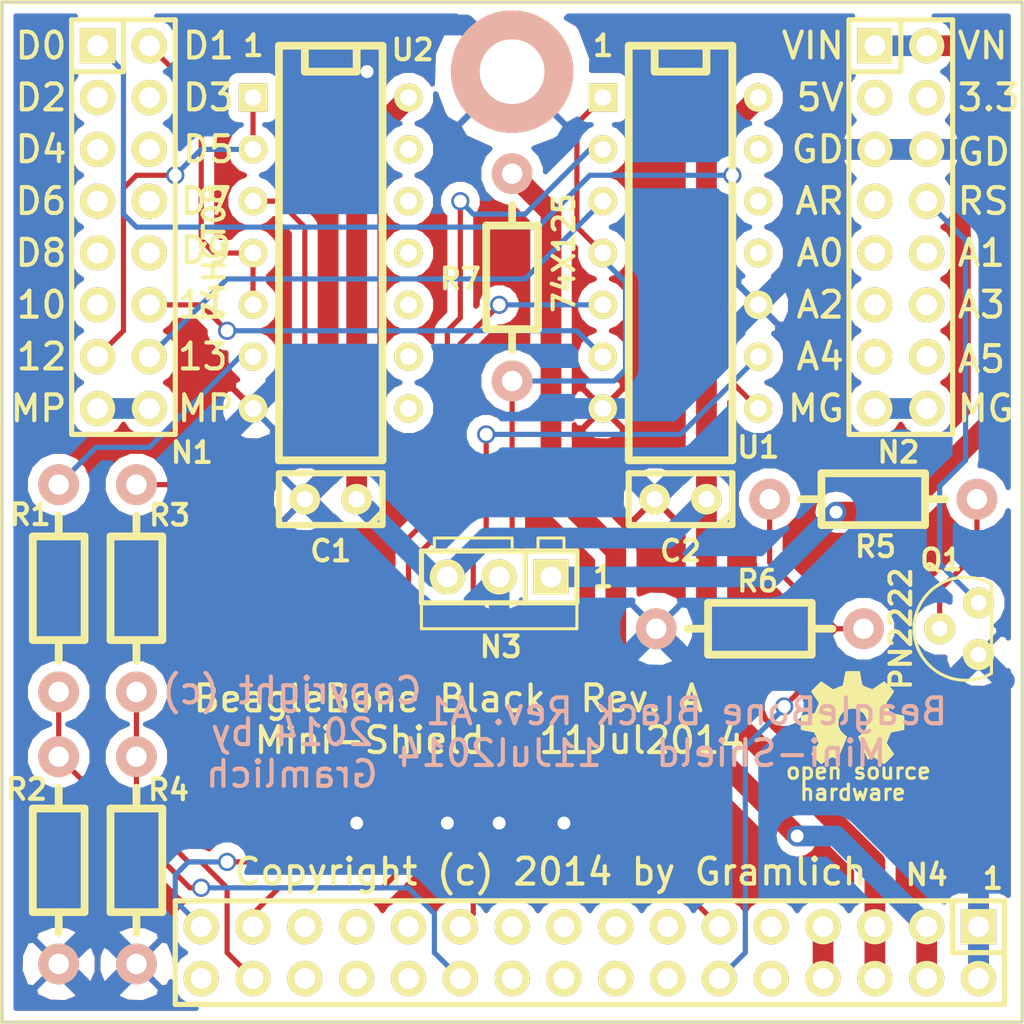
<source format=kicad_pcb>
(kicad_pcb (version 3) (host pcbnew "(2014-jan-25)-product")

  (general
    (links 50)
    (no_connects 0)
    (area 71.847163 103.168398 126.701602 153.371602)
    (thickness 1.6)
    (drawings 52)
    (tracks 211)
    (zones 0)
    (modules 18)
    (nets 24)
  )

  (page A4)
  (layers
    (15 F.Cu signal)
    (0 B.Cu signal)
    (16 B.Adhes user)
    (17 F.Adhes user)
    (18 B.Paste user)
    (19 F.Paste user)
    (20 B.SilkS user)
    (21 F.SilkS user)
    (22 B.Mask user)
    (23 F.Mask user)
    (24 Dwgs.User user)
    (25 Cmts.User user)
    (26 Eco1.User user)
    (27 Eco2.User user)
    (28 Edge.Cuts user)
  )

  (setup
    (last_trace_width 0.254)
    (user_trace_width 0.254)
    (user_trace_width 1.016)
    (trace_clearance 0.254)
    (zone_clearance 0.508)
    (zone_45_only no)
    (trace_min 0.254)
    (segment_width 0.2032)
    (edge_width 0.1)
    (via_size 0.889)
    (via_drill 0.635)
    (via_min_size 0.889)
    (via_min_drill 0.508)
    (uvia_size 0.508)
    (uvia_drill 0.127)
    (uvias_allowed no)
    (uvia_min_size 0.508)
    (uvia_min_drill 0.127)
    (pcb_text_width 0.3)
    (pcb_text_size 1.5 1.5)
    (mod_edge_width 0.15)
    (mod_text_size 1 1)
    (mod_text_width 0.15)
    (pad_size 6 6)
    (pad_drill 3.175)
    (pad_to_mask_clearance 0)
    (aux_axis_origin 0 0)
    (visible_elements 7FFEFFFF)
    (pcbplotparams
      (layerselection 284196865)
      (usegerberextensions true)
      (excludeedgelayer true)
      (linewidth 0.100000)
      (plotframeref false)
      (viasonmask false)
      (mode 1)
      (useauxorigin false)
      (hpglpennumber 1)
      (hpglpenspeed 20)
      (hpglpendiameter 15)
      (hpglpenoverlay 2)
      (psnegative false)
      (psa4output false)
      (plotreference true)
      (plotvalue false)
      (plotinvisibletext false)
      (padsonsilk false)
      (subtractmaskfromsilk false)
      (outputformat 1)
      (mirror false)
      (drillshape 0)
      (scaleselection 1)
      (outputdirectory ""))
  )

  (net 0 "")
  (net 1 /MPWR)
  (net 2 /VIN)
  (net 3 /MGND)
  (net 4 /D0)
  (net 5 /D1)
  (net 6 /D11)
  (net 7 /D12)
  (net 8 /D13)
  (net 9 /~RESET)
  (net 10 GND)
  (net 11 VCC)
  (net 12 "Net-(Q1-Pad2)")
  (net 13 /MISO_5V)
  (net 14 /TXD_5V)
  (net 15 "Net-(N4-Pad11)")
  (net 16 "Net-(N4-Pad12)")
  (net 17 "Net-(N4-Pad21)")
  (net 18 "Net-(N4-Pad22)")
  (net 19 "Net-(N4-Pad29)")
  (net 20 "Net-(N4-Pad30)")
  (net 21 "Net-(N4-Pad31)")
  (net 22 /BB_VDD3V3)
  (net 23 /BB_SYS5V)

  (net_class Default "This is the default net class."
    (clearance 0.254)
    (trace_width 0.254)
    (via_dia 0.889)
    (via_drill 0.635)
    (uvia_dia 0.508)
    (uvia_drill 0.127)
    (add_net /D0)
    (add_net /D1)
    (add_net /D11)
    (add_net /D12)
    (add_net /D13)
    (add_net /MISO_5V)
    (add_net /TXD_5V)
    (add_net /~RESET)
    (add_net "Net-(N4-Pad11)")
    (add_net "Net-(N4-Pad12)")
    (add_net "Net-(N4-Pad21)")
    (add_net "Net-(N4-Pad22)")
    (add_net "Net-(N4-Pad29)")
    (add_net "Net-(N4-Pad30)")
    (add_net "Net-(N4-Pad31)")
    (add_net "Net-(Q1-Pad2)")
  )

  (net_class Power ""
    (clearance 0.254)
    (trace_width 1.016)
    (via_dia 0.889)
    (via_drill 0.635)
    (uvia_dia 0.508)
    (uvia_drill 0.127)
    (add_net /BB_SYS5V)
    (add_net /BB_VDD3V3)
    (add_net /MGND)
    (add_net /MPWR)
    (add_net /VIN)
    (add_net GND)
    (add_net VCC)
  )

  (module Mini_BeagleBone_Black_Rev_A:Capacitor3MMDiscRM2.5 (layer F.Cu) (tedit 53B9A7EC) (tstamp 53B9F571)
    (at 92.71 127.635 180)
    (descr Capacitor3MMDiscRM2.5)
    (tags C)
    (path /53B9A91C)
    (fp_text reference C1 (at 0 -2.54 180) (layer F.SilkS)
      (effects (font (size 1.016 1.016) (thickness 0.2032)))
    )
    (fp_text value .1uF (at 0 2.54 180) (layer F.SilkS) hide
      (effects (font (size 1.016 1.016) (thickness 0.2032)))
    )
    (fp_line (start -2.4892 -1.27) (end 2.54 -1.27) (layer F.SilkS) (width 0.3048))
    (fp_line (start 2.54 -1.27) (end 2.54 1.27) (layer F.SilkS) (width 0.3048))
    (fp_line (start 2.54 1.27) (end -2.54 1.27) (layer F.SilkS) (width 0.3048))
    (fp_line (start -2.54 1.27) (end -2.54 -1.27) (layer F.SilkS) (width 0.3048))
    (fp_line (start -2.54 -0.635) (end -1.905 -1.27) (layer F.SilkS) (width 0.3048))
    (pad 1 thru_hole circle (at -1.27 0 180) (size 1.50114 1.50114) (drill 0.8001) (layers *.Cu *.Mask F.SilkS)
      (net 11 VCC))
    (pad 2 thru_hole circle (at 1.27 0 180) (size 1.50114 1.50114) (drill 0.8001) (layers *.Cu *.Mask F.SilkS)
      (net 10 GND))
    (model discret/Capacitor/Capacitor3MMDiscRM2.5.wrl
      (at (xyz 0 0 0))
      (scale (xyz 1 1 1))
      (rotate (xyz 0 0 0))
    )
  )

  (module Mini_BeagleBone_Black_Rev_A:Capacitor3MMDiscRM2.5 (layer F.Cu) (tedit 53B9A7EC) (tstamp 53B9F576)
    (at 109.855 127.635 180)
    (descr Capacitor3MMDiscRM2.5)
    (tags C)
    (path /53B9A840)
    (fp_text reference C2 (at 0 -2.54 180) (layer F.SilkS)
      (effects (font (size 1.016 1.016) (thickness 0.2032)))
    )
    (fp_text value .1uF (at 0 2.54 180) (layer F.SilkS) hide
      (effects (font (size 1.016 1.016) (thickness 0.2032)))
    )
    (fp_line (start -2.4892 -1.27) (end 2.54 -1.27) (layer F.SilkS) (width 0.3048))
    (fp_line (start 2.54 -1.27) (end 2.54 1.27) (layer F.SilkS) (width 0.3048))
    (fp_line (start 2.54 1.27) (end -2.54 1.27) (layer F.SilkS) (width 0.3048))
    (fp_line (start -2.54 1.27) (end -2.54 -1.27) (layer F.SilkS) (width 0.3048))
    (fp_line (start -2.54 -0.635) (end -1.905 -1.27) (layer F.SilkS) (width 0.3048))
    (pad 1 thru_hole circle (at -1.27 0 180) (size 1.50114 1.50114) (drill 0.8001) (layers *.Cu *.Mask F.SilkS)
      (net 11 VCC))
    (pad 2 thru_hole circle (at 1.27 0 180) (size 1.50114 1.50114) (drill 0.8001) (layers *.Cu *.Mask F.SilkS)
      (net 10 GND))
    (model discret/Capacitor/Capacitor3MMDiscRM2.5.wrl
      (at (xyz 0 0 0))
      (scale (xyz 1 1 1))
      (rotate (xyz 0 0 0))
    )
  )

  (module Mini_BeagleBone_Black_Rev_A:OSHW_LOGO_200mil (layer F.Cu) (tedit 53B9FA53) (tstamp 53B9F57B)
    (at 118.2878 138.3411)
    (path /53AA4798)
    (fp_text reference G1 (at -1.27 0.635) (layer F.SilkS) hide
      (effects (font (size 0.23114 0.23114) (thickness 0.04572)))
    )
    (fp_text value OSHW_LOGO (at 0 -2.6924) (layer F.SilkS) hide
      (effects (font (size 0.23114 0.23114) (thickness 0.04572)))
    )
    (fp_poly (pts (xy -1.53924 2.28092) (xy -1.5113 2.26822) (xy -1.45288 2.23012) (xy -1.36906 2.17424)
      (xy -1.26746 2.10566) (xy -1.1684 2.03962) (xy -1.08458 1.98374) (xy -1.02616 1.94564)
      (xy -1.0033 1.93294) (xy -0.9906 1.93802) (xy -0.94234 1.96088) (xy -0.87122 1.99644)
      (xy -0.83312 2.01676) (xy -0.76708 2.0447) (xy -0.7366 2.04978) (xy -0.73152 2.04216)
      (xy -0.70866 1.9939) (xy -0.67056 1.91008) (xy -0.6223 1.80086) (xy -0.56896 1.67132)
      (xy -0.51054 1.53162) (xy -0.44958 1.38938) (xy -0.3937 1.25476) (xy -0.34544 1.13284)
      (xy -0.3048 1.03378) (xy -0.2794 0.9652) (xy -0.26924 0.93472) (xy -0.27178 0.92964)
      (xy -0.3048 0.89916) (xy -0.36068 0.85598) (xy -0.48006 0.75946) (xy -0.59944 0.61214)
      (xy -0.67056 0.44196) (xy -0.69342 0.25654) (xy -0.6731 0.08382) (xy -0.60706 -0.08128)
      (xy -0.49022 -0.23114) (xy -0.34798 -0.3429) (xy -0.18542 -0.41402) (xy 0 -0.43688)
      (xy 0.17526 -0.41656) (xy 0.34544 -0.35052) (xy 0.4953 -0.23622) (xy 0.5588 -0.16256)
      (xy 0.6477 -0.01016) (xy 0.69596 0.14986) (xy 0.70104 0.19304) (xy 0.69342 0.37084)
      (xy 0.64262 0.54102) (xy 0.5461 0.69342) (xy 0.41656 0.82042) (xy 0.40132 0.83058)
      (xy 0.34036 0.8763) (xy 0.29972 0.90678) (xy 0.2667 0.93472) (xy 0.4953 1.48082)
      (xy 0.53086 1.56718) (xy 0.59182 1.71704) (xy 0.6477 1.84658) (xy 0.69088 1.94818)
      (xy 0.72136 2.01676) (xy 0.73406 2.0447) (xy 0.7366 2.0447) (xy 0.75692 2.04978)
      (xy 0.79756 2.03454) (xy 0.87376 1.99644) (xy 0.92456 1.97104) (xy 0.98298 1.9431)
      (xy 1.00838 1.93294) (xy 1.03124 1.94564) (xy 1.08712 1.9812) (xy 1.1684 2.03454)
      (xy 1.26746 2.10058) (xy 1.3589 2.16408) (xy 1.44526 2.2225) (xy 1.50876 2.2606)
      (xy 1.5367 2.27838) (xy 1.54178 2.27838) (xy 1.56972 2.26314) (xy 1.61798 2.2225)
      (xy 1.69418 2.15138) (xy 1.79832 2.04724) (xy 1.81356 2.032) (xy 1.89992 1.9431)
      (xy 1.97104 1.86944) (xy 2.0193 1.8161) (xy 2.03454 1.79324) (xy 2.03454 1.79324)
      (xy 2.0193 1.76276) (xy 1.9812 1.7018) (xy 1.92278 1.6129) (xy 1.8542 1.5113)
      (xy 1.67386 1.24968) (xy 1.77292 1.00076) (xy 1.8034 0.92456) (xy 1.8415 0.83312)
      (xy 1.87198 0.76708) (xy 1.88722 0.73914) (xy 1.91262 0.72898) (xy 1.9812 0.7112)
      (xy 2.08026 0.69088) (xy 2.1971 0.67056) (xy 2.30886 0.65024) (xy 2.41046 0.62992)
      (xy 2.48412 0.61722) (xy 2.51714 0.6096) (xy 2.52476 0.60452) (xy 2.52984 0.58928)
      (xy 2.53492 0.55372) (xy 2.53746 0.49276) (xy 2.53746 0.39624) (xy 2.53746 0.25654)
      (xy 2.53746 0.2413) (xy 2.53746 0.10668) (xy 2.53492 0) (xy 2.53238 -0.06604)
      (xy 2.5273 -0.09398) (xy 2.5273 -0.09398) (xy 2.49428 -0.1016) (xy 2.42316 -0.11684)
      (xy 2.32156 -0.13716) (xy 2.20218 -0.16002) (xy 2.19456 -0.16256) (xy 2.07518 -0.18542)
      (xy 1.97358 -0.20574) (xy 1.90246 -0.22352) (xy 1.87198 -0.23114) (xy 1.8669 -0.2413)
      (xy 1.8415 -0.28702) (xy 1.80848 -0.36068) (xy 1.76784 -0.45212) (xy 1.72974 -0.5461)
      (xy 1.69418 -0.63246) (xy 1.67132 -0.69596) (xy 1.66624 -0.7239) (xy 1.66624 -0.7239)
      (xy 1.68402 -0.75438) (xy 1.72466 -0.81534) (xy 1.78308 -0.9017) (xy 1.8542 -1.0033)
      (xy 1.85928 -1.01092) (xy 1.92786 -1.11252) (xy 1.98374 -1.19888) (xy 2.02184 -1.25984)
      (xy 2.03454 -1.28778) (xy 2.03454 -1.29032) (xy 2.01168 -1.3208) (xy 1.96088 -1.37668)
      (xy 1.88722 -1.45542) (xy 1.79832 -1.54432) (xy 1.77038 -1.57226) (xy 1.67132 -1.66878)
      (xy 1.60274 -1.73228) (xy 1.55956 -1.7653) (xy 1.53924 -1.77292) (xy 1.53924 -1.77292)
      (xy 1.50876 -1.75514) (xy 1.44272 -1.71196) (xy 1.35636 -1.65354) (xy 1.25476 -1.58242)
      (xy 1.24714 -1.57734) (xy 1.14554 -1.50876) (xy 1.05918 -1.45288) (xy 1.00076 -1.41224)
      (xy 0.97282 -1.397) (xy 0.97028 -1.397) (xy 0.9271 -1.4097) (xy 0.85598 -1.4351)
      (xy 0.76708 -1.46812) (xy 0.6731 -1.50622) (xy 0.58674 -1.54178) (xy 0.52324 -1.57226)
      (xy 0.49276 -1.5875) (xy 0.49276 -1.59004) (xy 0.4826 -1.6256) (xy 0.46482 -1.7018)
      (xy 0.44196 -1.80594) (xy 0.4191 -1.9304) (xy 0.41656 -1.95072) (xy 0.3937 -2.07264)
      (xy 0.37338 -2.1717) (xy 0.35814 -2.24028) (xy 0.35306 -2.27076) (xy 0.33528 -2.2733)
      (xy 0.27432 -2.27838) (xy 0.18542 -2.28092) (xy 0.0762 -2.28092) (xy -0.0381 -2.28092)
      (xy -0.14986 -2.27838) (xy -0.24638 -2.27584) (xy -0.31496 -2.27076) (xy -0.3429 -2.26568)
      (xy -0.3429 -2.26314) (xy -0.3556 -2.22504) (xy -0.37084 -2.14884) (xy -0.3937 -2.0447)
      (xy -0.41656 -1.92024) (xy -0.42164 -1.89738) (xy -0.4445 -1.778) (xy -0.46482 -1.67894)
      (xy -0.47752 -1.61036) (xy -0.48514 -1.58242) (xy -0.49784 -1.57734) (xy -0.5461 -1.55448)
      (xy -0.62738 -1.52146) (xy -0.72898 -1.48082) (xy -0.96012 -1.38684) (xy -1.2446 -1.58242)
      (xy -1.27254 -1.6002) (xy -1.37414 -1.67132) (xy -1.45796 -1.7272) (xy -1.51638 -1.7653)
      (xy -1.54178 -1.778) (xy -1.54432 -1.778) (xy -1.57226 -1.7526) (xy -1.62814 -1.69926)
      (xy -1.70434 -1.62306) (xy -1.79578 -1.53416) (xy -1.86182 -1.46812) (xy -1.94056 -1.38938)
      (xy -1.98882 -1.3335) (xy -2.01676 -1.30048) (xy -2.02692 -1.28016) (xy -2.02438 -1.26492)
      (xy -2.0066 -1.23698) (xy -1.96342 -1.17348) (xy -1.905 -1.08712) (xy -1.83642 -0.98552)
      (xy -1.778 -0.9017) (xy -1.71704 -0.80518) (xy -1.6764 -0.7366) (xy -1.6637 -0.70358)
      (xy -1.66624 -0.69088) (xy -1.68656 -0.635) (xy -1.71958 -0.55118) (xy -1.76276 -0.44958)
      (xy -1.86182 -0.22352) (xy -2.00914 -0.19558) (xy -2.10058 -0.1778) (xy -2.22504 -0.15494)
      (xy -2.34442 -0.13208) (xy -2.53238 -0.09398) (xy -2.54 0.59182) (xy -2.50952 0.60452)
      (xy -2.48158 0.61214) (xy -2.413 0.62738) (xy -2.31394 0.6477) (xy -2.1971 0.66802)
      (xy -2.09804 0.68834) (xy -1.99644 0.70612) (xy -1.92532 0.72136) (xy -1.8923 0.72644)
      (xy -1.88468 0.73914) (xy -1.85928 0.7874) (xy -1.82372 0.8636) (xy -1.78308 0.95758)
      (xy -1.74498 1.0541) (xy -1.70942 1.143) (xy -1.68402 1.20904) (xy -1.67386 1.2446)
      (xy -1.6891 1.27254) (xy -1.7272 1.33096) (xy -1.78308 1.41478) (xy -1.84912 1.51384)
      (xy -1.9177 1.6129) (xy -1.97612 1.69926) (xy -2.01676 1.76022) (xy -2.032 1.78816)
      (xy -2.02438 1.80848) (xy -1.98374 1.85674) (xy -1.91008 1.93294) (xy -1.79832 2.0447)
      (xy -1.778 2.06248) (xy -1.6891 2.14884) (xy -1.61544 2.21742) (xy -1.5621 2.26314)
      (xy -1.53924 2.28092)) (layer F.SilkS) (width 0.00254))
  )

  (module Mini_BeagleBone_Black_Rev_A:Pin_Header_Straight_2x08 (layer F.Cu) (tedit 53C0CACA) (tstamp 53B9F582)
    (at 82.55 114.3 270)
    (descr "1 pin")
    (tags "CONN DEV")
    (path /53A9D11F)
    (fp_text reference N1 (at 11.049 -3.3528 360) (layer F.SilkS)
      (effects (font (size 1.016 1.016) (thickness 0.2032)))
    )
    (fp_text value MS_DATA_HEADER (at -0.04 3.84 270) (layer F.SilkS) hide
      (effects (font (size 1.016 1.016) (thickness 0.2032)))
    )
    (fp_line (start 10.16 -2.54) (end -10.16 -2.54) (layer F.SilkS) (width 0.254))
    (fp_line (start -7.62 2.54) (end 10.16 2.54) (layer F.SilkS) (width 0.254))
    (fp_line (start 10.16 -2.54) (end 10.16 2.54) (layer F.SilkS) (width 0.254))
    (fp_line (start -10.16 -2.54) (end -10.16 0) (layer F.SilkS) (width 0.254))
    (fp_line (start -10.16 2.54) (end -7.62 2.54) (layer F.SilkS) (width 0.254))
    (fp_line (start -10.16 0) (end -7.62 0) (layer F.SilkS) (width 0.254))
    (fp_line (start -7.62 0) (end -7.62 2.54) (layer F.SilkS) (width 0.254))
    (fp_line (start -10.16 2.54) (end -10.16 0) (layer F.SilkS) (width 0.254))
    (pad 1 thru_hole rect (at -8.89 1.27 270) (size 1.7272 1.7272) (drill 1.016) (layers *.Cu *.Mask F.SilkS)
      (net 4 /D0))
    (pad 2 thru_hole oval (at -8.89 -1.27 270) (size 1.7272 1.7272) (drill 1.016) (layers *.Cu *.Mask F.SilkS)
      (net 5 /D1))
    (pad 3 thru_hole oval (at -6.35 1.27 270) (size 1.7272 1.7272) (drill 1.016) (layers *.Cu *.Mask F.SilkS))
    (pad 4 thru_hole oval (at -6.35 -1.27 270) (size 1.7272 1.7272) (drill 1.016) (layers *.Cu *.Mask F.SilkS))
    (pad 5 thru_hole oval (at -3.81 1.27 270) (size 1.7272 1.7272) (drill 1.016) (layers *.Cu *.Mask F.SilkS))
    (pad 6 thru_hole oval (at -3.81 -1.27 270) (size 1.7272 1.7272) (drill 1.016) (layers *.Cu *.Mask F.SilkS))
    (pad 7 thru_hole oval (at -1.27 1.27 270) (size 1.7272 1.7272) (drill 1.016) (layers *.Cu *.Mask F.SilkS))
    (pad 8 thru_hole oval (at -1.27 -1.27 270) (size 1.7272 1.7272) (drill 1.016) (layers *.Cu *.Mask F.SilkS))
    (pad 9 thru_hole oval (at 1.27 1.27 270) (size 1.7272 1.7272) (drill 1.016) (layers *.Cu *.Mask F.SilkS))
    (pad 10 thru_hole oval (at 1.27 -1.27 270) (size 1.7272 1.7272) (drill 1.016) (layers *.Cu *.Mask F.SilkS))
    (pad 11 thru_hole oval (at 3.81 1.27 270) (size 1.7272 1.7272) (drill 1.016) (layers *.Cu *.Mask F.SilkS))
    (pad 12 thru_hole oval (at 3.81 -1.27 270) (size 1.7272 1.7272) (drill 1.016) (layers *.Cu *.Mask F.SilkS)
      (net 6 /D11))
    (pad 13 thru_hole oval (at 6.35 1.27 270) (size 1.7272 1.7272) (drill 1.016) (layers *.Cu *.Mask F.SilkS)
      (net 7 /D12))
    (pad 14 thru_hole oval (at 6.35 -1.27 270) (size 1.7272 1.7272) (drill 1.016) (layers *.Cu *.Mask F.SilkS)
      (net 8 /D13))
    (pad 15 thru_hole oval (at 8.89 1.27 270) (size 1.7272 1.7272) (drill 1.016) (layers *.Cu *.Mask F.SilkS)
      (net 1 /MPWR))
    (pad 16 thru_hole oval (at 8.89 -1.27 270) (size 1.7272 1.7272) (drill 1.016) (layers *.Cu *.Mask F.SilkS)
      (net 1 /MPWR))
    (model Pin_Headers/Pin_Header_Straight_2x08.wrl
      (at (xyz 0 0 0))
      (scale (xyz 1 1 1))
      (rotate (xyz 0 0 0))
    )
  )

  (module Mini_BeagleBone_Black_Rev_A:Pin_Header_Straight_2x08 (layer F.Cu) (tedit 53BA0D62) (tstamp 53C0CB73)
    (at 120.65 114.3 270)
    (descr "1 pin")
    (tags "CONN DEV")
    (path /53A9D139)
    (fp_text reference N2 (at 11.0363 0.1143 360) (layer F.SilkS)
      (effects (font (size 1.016 1.016) (thickness 0.2032)))
    )
    (fp_text value MS_PWR_HEADER (at -0.04 3.84 270) (layer F.SilkS) hide
      (effects (font (size 1.016 1.016) (thickness 0.2032)))
    )
    (fp_line (start 10.16 -2.54) (end -10.16 -2.54) (layer F.SilkS) (width 0.254))
    (fp_line (start -7.62 2.54) (end 10.16 2.54) (layer F.SilkS) (width 0.254))
    (fp_line (start 10.16 -2.54) (end 10.16 2.54) (layer F.SilkS) (width 0.254))
    (fp_line (start -10.16 -2.54) (end -10.16 0) (layer F.SilkS) (width 0.254))
    (fp_line (start -10.16 2.54) (end -7.62 2.54) (layer F.SilkS) (width 0.254))
    (fp_line (start -10.16 0) (end -7.62 0) (layer F.SilkS) (width 0.254))
    (fp_line (start -7.62 0) (end -7.62 2.54) (layer F.SilkS) (width 0.254))
    (fp_line (start -10.16 2.54) (end -10.16 0) (layer F.SilkS) (width 0.254))
    (pad 1 thru_hole rect (at -8.89 1.27 270) (size 1.7272 1.7272) (drill 1.016) (layers *.Cu *.Mask F.SilkS)
      (net 2 /VIN))
    (pad 2 thru_hole oval (at -8.89 -1.27 270) (size 1.7272 1.7272) (drill 1.016) (layers *.Cu *.Mask F.SilkS)
      (net 2 /VIN))
    (pad 3 thru_hole oval (at -6.35 1.27 270) (size 1.7272 1.7272) (drill 1.016) (layers *.Cu *.Mask F.SilkS))
    (pad 4 thru_hole oval (at -6.35 -1.27 270) (size 1.7272 1.7272) (drill 1.016) (layers *.Cu *.Mask F.SilkS))
    (pad 5 thru_hole oval (at -3.81 1.27 270) (size 1.7272 1.7272) (drill 1.016) (layers *.Cu *.Mask F.SilkS)
      (net 10 GND))
    (pad 6 thru_hole oval (at -3.81 -1.27 270) (size 1.7272 1.7272) (drill 1.016) (layers *.Cu *.Mask F.SilkS)
      (net 10 GND))
    (pad 7 thru_hole oval (at -1.27 1.27 270) (size 1.7272 1.7272) (drill 1.016) (layers *.Cu *.Mask F.SilkS))
    (pad 8 thru_hole oval (at -1.27 -1.27 270) (size 1.7272 1.7272) (drill 1.016) (layers *.Cu *.Mask F.SilkS)
      (net 9 /~RESET))
    (pad 9 thru_hole oval (at 1.27 1.27 270) (size 1.7272 1.7272) (drill 1.016) (layers *.Cu *.Mask F.SilkS))
    (pad 10 thru_hole oval (at 1.27 -1.27 270) (size 1.7272 1.7272) (drill 1.016) (layers *.Cu *.Mask F.SilkS))
    (pad 11 thru_hole oval (at 3.81 1.27 270) (size 1.7272 1.7272) (drill 1.016) (layers *.Cu *.Mask F.SilkS))
    (pad 12 thru_hole oval (at 3.81 -1.27 270) (size 1.7272 1.7272) (drill 1.016) (layers *.Cu *.Mask F.SilkS))
    (pad 13 thru_hole oval (at 6.35 1.27 270) (size 1.7272 1.7272) (drill 1.016) (layers *.Cu *.Mask F.SilkS))
    (pad 14 thru_hole oval (at 6.35 -1.27 270) (size 1.7272 1.7272) (drill 1.016) (layers *.Cu *.Mask F.SilkS))
    (pad 15 thru_hole oval (at 8.89 1.27 270) (size 1.7272 1.7272) (drill 1.016) (layers *.Cu *.Mask F.SilkS)
      (net 3 /MGND))
    (pad 16 thru_hole oval (at 8.89 -1.27 270) (size 1.7272 1.7272) (drill 1.016) (layers *.Cu *.Mask F.SilkS)
      (net 3 /MGND))
    (model Pin_Headers/Pin_Header_Straight_2x08.wrl
      (at (xyz 0 0 0))
      (scale (xyz 1 1 1))
      (rotate (xyz 0 0 0))
    )
  )

  (module Mini_BeagleBone_Black_Rev_A:Pin_Header_Straight_2x16 (layer F.Cu) (tedit 53C0C44D) (tstamp 53B9F5AE)
    (at 105.41 149.86 180)
    (descr "1 pin")
    (tags "CONN DEV")
    (path /53B9E73A)
    (fp_text reference N4 (at -16.51 3.81 180) (layer F.SilkS)
      (effects (font (size 1.016 1.016) (thickness 0.2032)))
    )
    (fp_text value BBB_P9_HEADER (at 0 3.81 180) (layer F.SilkS) hide
      (effects (font (size 1.016 1.016) (thickness 0.2032)))
    )
    (fp_line (start 20.32 -2.54) (end -20.32 -2.54) (layer F.SilkS) (width 0.254))
    (fp_line (start -17.78 2.54) (end 20.32 2.54) (layer F.SilkS) (width 0.254))
    (fp_line (start 20.32 -2.54) (end 20.32 2.54) (layer F.SilkS) (width 0.254))
    (fp_line (start -20.32 -2.54) (end -20.32 0) (layer F.SilkS) (width 0.254))
    (fp_line (start -20.32 2.54) (end -17.78 2.54) (layer F.SilkS) (width 0.254))
    (fp_line (start -20.32 0) (end -17.78 0) (layer F.SilkS) (width 0.254))
    (fp_line (start -17.78 0) (end -17.78 2.54) (layer F.SilkS) (width 0.254))
    (fp_line (start -20.32 2.54) (end -20.32 0) (layer F.SilkS) (width 0.254))
    (pad 1 thru_hole rect (at -19.05 1.27 180) (size 1.7272 1.7272) (drill 1.016) (layers *.Cu *.Mask F.SilkS)
      (net 10 GND))
    (pad 2 thru_hole oval (at -19.05 -1.27 180) (size 1.7272 1.7272) (drill 1.016) (layers *.Cu *.Mask F.SilkS)
      (net 10 GND))
    (pad 3 thru_hole oval (at -16.51 1.27 180) (size 1.7272 1.7272) (drill 1.016) (layers *.Cu *.Mask F.SilkS)
      (net 22 /BB_VDD3V3))
    (pad 4 thru_hole oval (at -16.51 -1.27 180) (size 1.7272 1.7272) (drill 1.016) (layers *.Cu *.Mask F.SilkS)
      (net 22 /BB_VDD3V3))
    (pad 5 thru_hole oval (at -13.97 1.27 180) (size 1.7272 1.7272) (drill 1.016) (layers *.Cu *.Mask F.SilkS)
      (net 11 VCC))
    (pad 6 thru_hole oval (at -13.97 -1.27 180) (size 1.7272 1.7272) (drill 1.016) (layers *.Cu *.Mask F.SilkS)
      (net 11 VCC))
    (pad 7 thru_hole oval (at -11.43 1.27 180) (size 1.7272 1.7272) (drill 1.016) (layers *.Cu *.Mask F.SilkS)
      (net 23 /BB_SYS5V))
    (pad 8 thru_hole oval (at -11.43 -1.27 180) (size 1.7272 1.7272) (drill 1.016) (layers *.Cu *.Mask F.SilkS)
      (net 23 /BB_SYS5V))
    (pad 9 thru_hole oval (at -8.89 1.27 180) (size 1.7272 1.7272) (drill 1.016) (layers *.Cu *.Mask F.SilkS))
    (pad 10 thru_hole oval (at -8.89 -1.27 180) (size 1.7272 1.7272) (drill 1.016) (layers *.Cu *.Mask F.SilkS))
    (pad 11 thru_hole oval (at -6.35 1.27 180) (size 1.7272 1.7272) (drill 1.016) (layers *.Cu *.Mask F.SilkS)
      (net 15 "Net-(N4-Pad11)"))
    (pad 12 thru_hole oval (at -6.35 -1.27 180) (size 1.7272 1.7272) (drill 1.016) (layers *.Cu *.Mask F.SilkS)
      (net 16 "Net-(N4-Pad12)"))
    (pad 13 thru_hole oval (at -3.81 1.27 180) (size 1.7272 1.7272) (drill 1.016) (layers *.Cu *.Mask F.SilkS))
    (pad 14 thru_hole oval (at -3.81 -1.27 180) (size 1.7272 1.7272) (drill 1.016) (layers *.Cu *.Mask F.SilkS))
    (pad 15 thru_hole oval (at -1.27 1.27 180) (size 1.7272 1.7272) (drill 1.016) (layers *.Cu *.Mask F.SilkS))
    (pad 16 thru_hole oval (at -1.27 -1.27 180) (size 1.7272 1.7272) (drill 1.016) (layers *.Cu *.Mask F.SilkS))
    (pad 17 thru_hole oval (at 1.27 1.27 180) (size 1.7272 1.7272) (drill 1.016) (layers *.Cu *.Mask F.SilkS))
    (pad 18 thru_hole oval (at 1.27 -1.27 180) (size 1.7272 1.7272) (drill 1.016) (layers *.Cu *.Mask F.SilkS))
    (pad 19 thru_hole oval (at 3.81 1.27 180) (size 1.7272 1.7272) (drill 1.016) (layers *.Cu *.Mask F.SilkS))
    (pad 20 thru_hole oval (at 3.81 -1.27 180) (size 1.7272 1.7272) (drill 1.016) (layers *.Cu *.Mask F.SilkS))
    (pad 21 thru_hole oval (at 6.35 1.27 180) (size 1.7272 1.7272) (drill 1.016) (layers *.Cu *.Mask F.SilkS)
      (net 17 "Net-(N4-Pad21)"))
    (pad 22 thru_hole oval (at 6.35 -1.27 180) (size 1.7272 1.7272) (drill 1.016) (layers *.Cu *.Mask F.SilkS)
      (net 18 "Net-(N4-Pad22)"))
    (pad 23 thru_hole oval (at 8.89 1.27 180) (size 1.7272 1.7272) (drill 1.016) (layers *.Cu *.Mask F.SilkS))
    (pad 24 thru_hole oval (at 8.89 -1.27 180) (size 1.7272 1.7272) (drill 1.016) (layers *.Cu *.Mask F.SilkS))
    (pad 25 thru_hole oval (at 11.43 1.27 180) (size 1.7272 1.7272) (drill 1.016) (layers *.Cu *.Mask F.SilkS))
    (pad 26 thru_hole oval (at 11.43 -1.27 180) (size 1.7272 1.7272) (drill 1.016) (layers *.Cu *.Mask F.SilkS))
    (pad 27 thru_hole oval (at 13.97 1.27 180) (size 1.7272 1.7272) (drill 1.016) (layers *.Cu *.Mask F.SilkS))
    (pad 28 thru_hole oval (at 13.97 -1.27 180) (size 1.7272 1.7272) (drill 1.016) (layers *.Cu *.Mask F.SilkS))
    (pad 29 thru_hole oval (at 16.51 1.27 180) (size 1.7272 1.7272) (drill 1.016) (layers *.Cu *.Mask F.SilkS)
      (net 19 "Net-(N4-Pad29)"))
    (pad 30 thru_hole oval (at 16.51 -1.27 180) (size 1.7272 1.7272) (drill 1.016) (layers *.Cu *.Mask F.SilkS)
      (net 20 "Net-(N4-Pad30)"))
    (pad 31 thru_hole oval (at 19.05 1.27 180) (size 1.7272 1.7272) (drill 1.016) (layers *.Cu *.Mask F.SilkS)
      (net 21 "Net-(N4-Pad31)"))
    (pad 32 thru_hole oval (at 19.05 -1.27 180) (size 1.7272 1.7272) (drill 1.016) (layers *.Cu *.Mask F.SilkS))
    (model Pin_Headers/Pin_Header_Straight_2x16.wrl
      (at (xyz 0 0 0))
      (scale (xyz 1 1 1))
      (rotate (xyz 0 0 0))
    )
  )

  (module Mini_BeagleBone_Black_Rev_A:TO92_123 (layer F.Cu) (tedit 53C0CBC6) (tstamp 53B9F5D1)
    (at 123.825 133.985 90)
    (path /53B96745)
    (fp_text reference Q1 (at 3.3782 -1.1938 180) (layer F.SilkS)
      (effects (font (size 1.016 1.016) (thickness 0.2032)))
    )
    (fp_text value PN2222 (at 0 -3.175 90) (layer F.SilkS)
      (effects (font (size 1.016 1.016) (thickness 0.2032)))
    )
    (fp_arc (start 0 0) (end -2.1844 1.27) (angle 240) (layer F.SilkS) (width 0.15))
    (fp_line (start -2.1844 1.27) (end 2.2098 1.27) (layer F.SilkS) (width 0.15))
    (pad 1 thru_hole circle (at -1.27 0.635 90) (size 1.524 1.524) (drill 0.762) (layers *.Cu *.Mask F.SilkS)
      (net 10 GND))
    (pad 2 thru_hole circle (at 0 -1.27 90) (size 1.524 1.524) (drill 0.762) (layers *.Cu *.Mask F.SilkS)
      (net 12 "Net-(Q1-Pad2)"))
    (pad 3 thru_hole circle (at 1.27 0.635 90) (size 1.524 1.524) (drill 0.762) (layers *.Cu *.Mask F.SilkS)
      (net 9 /~RESET))
  )

  (module Mini_BeagleBone_Black_Rev_A:Resistor_Horizontal_RM10mm (layer F.Cu) (tedit 53C0CADD) (tstamp 53B9F5D7)
    (at 79.375 132.08 90)
    (descr "Resistor, Axial,  RM 10mm, 1/3W,")
    (tags "Resistor, Axial, RM 10mm, 1/3W,")
    (path /53B96E2E)
    (fp_text reference R1 (at 3.683 -1.397 180) (layer F.SilkS)
      (effects (font (size 1.016 1.016) (thickness 0.2032)))
    )
    (fp_text value "2K2 1%" (at -0.02 2.47 90) (layer F.SilkS) hide
      (effects (font (size 1.016 1.016) (thickness 0.2032)))
    )
    (fp_line (start -2.46126 0) (end -3.47726 0) (layer F.SilkS) (width 0.381))
    (fp_line (start 2.61874 0) (end 3.63474 0) (layer F.SilkS) (width 0.381))
    (fp_line (start -2.46126 -1.27) (end 2.61874 -1.27) (layer F.SilkS) (width 0.381))
    (fp_line (start 2.61874 -1.27) (end 2.61874 1.27) (layer F.SilkS) (width 0.381))
    (fp_line (start 2.61874 1.27) (end -2.46126 1.27) (layer F.SilkS) (width 0.381))
    (fp_line (start -2.46126 1.27) (end -2.46126 -1.27) (layer F.SilkS) (width 0.381))
    (pad 1 thru_hole circle (at -5.00126 0 90) (size 1.99898 1.99898) (drill 1.00076) (layers *.Cu *.SilkS *.Mask)
      (net 18 "Net-(N4-Pad22)"))
    (pad 2 thru_hole circle (at 5.15874 0 90) (size 1.99898 1.99898) (drill 1.00076) (layers *.Cu *.SilkS *.Mask)
      (net 14 /TXD_5V))
  )

  (module Mini_BeagleBone_Black_Rev_A:Resistor_Horizontal_RM10mm (layer F.Cu) (tedit 53C0CAEA) (tstamp 53B9F5DC)
    (at 79.375 145.415 90)
    (descr "Resistor, Axial,  RM 10mm, 1/3W,")
    (tags "Resistor, Axial, RM 10mm, 1/3W,")
    (path /53B96E94)
    (fp_text reference R2 (at 3.556 -1.5748 180) (layer F.SilkS)
      (effects (font (size 1.016 1.016) (thickness 0.2032)))
    )
    (fp_text value "3K3 1%" (at -0.02 2.47 90) (layer F.SilkS) hide
      (effects (font (size 1.016 1.016) (thickness 0.2032)))
    )
    (fp_line (start -2.46126 0) (end -3.47726 0) (layer F.SilkS) (width 0.381))
    (fp_line (start 2.61874 0) (end 3.63474 0) (layer F.SilkS) (width 0.381))
    (fp_line (start -2.46126 -1.27) (end 2.61874 -1.27) (layer F.SilkS) (width 0.381))
    (fp_line (start 2.61874 -1.27) (end 2.61874 1.27) (layer F.SilkS) (width 0.381))
    (fp_line (start 2.61874 1.27) (end -2.46126 1.27) (layer F.SilkS) (width 0.381))
    (fp_line (start -2.46126 1.27) (end -2.46126 -1.27) (layer F.SilkS) (width 0.381))
    (pad 1 thru_hole circle (at -5.00126 0 90) (size 1.99898 1.99898) (drill 1.00076) (layers *.Cu *.SilkS *.Mask)
      (net 10 GND))
    (pad 2 thru_hole circle (at 5.15874 0 90) (size 1.99898 1.99898) (drill 1.00076) (layers *.Cu *.SilkS *.Mask)
      (net 18 "Net-(N4-Pad22)"))
  )

  (module Mini_BeagleBone_Black_Rev_A:Resistor_Horizontal_RM10mm (layer F.Cu) (tedit 53C0CAE3) (tstamp 53B9F5E1)
    (at 83.185 132.08 90)
    (descr "Resistor, Axial,  RM 10mm, 1/3W,")
    (tags "Resistor, Axial, RM 10mm, 1/3W,")
    (path /53B9742E)
    (fp_text reference R3 (at 3.6576 1.6256 180) (layer F.SilkS)
      (effects (font (size 1.016 1.016) (thickness 0.2032)))
    )
    (fp_text value "2K2 1%" (at -0.02 2.47 90) (layer F.SilkS) hide
      (effects (font (size 1.016 1.016) (thickness 0.2032)))
    )
    (fp_line (start -2.46126 0) (end -3.47726 0) (layer F.SilkS) (width 0.381))
    (fp_line (start 2.61874 0) (end 3.63474 0) (layer F.SilkS) (width 0.381))
    (fp_line (start -2.46126 -1.27) (end 2.61874 -1.27) (layer F.SilkS) (width 0.381))
    (fp_line (start 2.61874 -1.27) (end 2.61874 1.27) (layer F.SilkS) (width 0.381))
    (fp_line (start 2.61874 1.27) (end -2.46126 1.27) (layer F.SilkS) (width 0.381))
    (fp_line (start -2.46126 1.27) (end -2.46126 -1.27) (layer F.SilkS) (width 0.381))
    (pad 1 thru_hole circle (at -5.00126 0 90) (size 1.99898 1.99898) (drill 1.00076) (layers *.Cu *.SilkS *.Mask)
      (net 20 "Net-(N4-Pad30)"))
    (pad 2 thru_hole circle (at 5.15874 0 90) (size 1.99898 1.99898) (drill 1.00076) (layers *.Cu *.SilkS *.Mask)
      (net 13 /MISO_5V))
  )

  (module Mini_BeagleBone_Black_Rev_A:Resistor_Horizontal_RM10mm (layer F.Cu) (tedit 53C0CAF2) (tstamp 53B9F5E6)
    (at 83.185 145.415 90)
    (descr "Resistor, Axial,  RM 10mm, 1/3W,")
    (tags "Resistor, Axial, RM 10mm, 1/3W,")
    (path /53B97478)
    (fp_text reference R4 (at 3.5306 1.5748 180) (layer F.SilkS)
      (effects (font (size 1.016 1.016) (thickness 0.2032)))
    )
    (fp_text value "3K3 1%" (at -0.02 2.47 90) (layer F.SilkS) hide
      (effects (font (size 1.016 1.016) (thickness 0.2032)))
    )
    (fp_line (start -2.46126 0) (end -3.47726 0) (layer F.SilkS) (width 0.381))
    (fp_line (start 2.61874 0) (end 3.63474 0) (layer F.SilkS) (width 0.381))
    (fp_line (start -2.46126 -1.27) (end 2.61874 -1.27) (layer F.SilkS) (width 0.381))
    (fp_line (start 2.61874 -1.27) (end 2.61874 1.27) (layer F.SilkS) (width 0.381))
    (fp_line (start 2.61874 1.27) (end -2.46126 1.27) (layer F.SilkS) (width 0.381))
    (fp_line (start -2.46126 1.27) (end -2.46126 -1.27) (layer F.SilkS) (width 0.381))
    (pad 1 thru_hole circle (at -5.00126 0 90) (size 1.99898 1.99898) (drill 1.00076) (layers *.Cu *.SilkS *.Mask)
      (net 10 GND))
    (pad 2 thru_hole circle (at 5.15874 0 90) (size 1.99898 1.99898) (drill 1.00076) (layers *.Cu *.SilkS *.Mask)
      (net 20 "Net-(N4-Pad30)"))
  )

  (module Mini_BeagleBone_Black_Rev_A:Resistor_Horizontal_RM10mm (layer F.Cu) (tedit 53B99C12) (tstamp 53B9F5EB)
    (at 119.38 127.635 180)
    (descr "Resistor, Axial,  RM 10mm, 1/3W,")
    (tags "Resistor, Axial, RM 10mm, 1/3W,")
    (path /53B96ADC)
    (fp_text reference R5 (at -0.03 -2.33 180) (layer F.SilkS)
      (effects (font (size 1.016 1.016) (thickness 0.2032)))
    )
    (fp_text value 470 (at -0.02 2.47 180) (layer F.SilkS) hide
      (effects (font (size 1.016 1.016) (thickness 0.2032)))
    )
    (fp_line (start -2.46126 0) (end -3.47726 0) (layer F.SilkS) (width 0.381))
    (fp_line (start 2.61874 0) (end 3.63474 0) (layer F.SilkS) (width 0.381))
    (fp_line (start -2.46126 -1.27) (end 2.61874 -1.27) (layer F.SilkS) (width 0.381))
    (fp_line (start 2.61874 -1.27) (end 2.61874 1.27) (layer F.SilkS) (width 0.381))
    (fp_line (start 2.61874 1.27) (end -2.46126 1.27) (layer F.SilkS) (width 0.381))
    (fp_line (start -2.46126 1.27) (end -2.46126 -1.27) (layer F.SilkS) (width 0.381))
    (pad 1 thru_hole circle (at -5.00126 0 180) (size 1.99898 1.99898) (drill 1.00076) (layers *.Cu *.SilkS *.Mask)
      (net 12 "Net-(Q1-Pad2)"))
    (pad 2 thru_hole circle (at 5.15874 0 180) (size 1.99898 1.99898) (drill 1.00076) (layers *.Cu *.SilkS *.Mask)
      (net 16 "Net-(N4-Pad12)"))
  )

  (module Mini_BeagleBone_Black_Rev_A:Resistor_Horizontal_RM10mm (layer F.Cu) (tedit 53B99C12) (tstamp 53B9F5F0)
    (at 113.665 133.985)
    (descr "Resistor, Axial,  RM 10mm, 1/3W,")
    (tags "Resistor, Axial, RM 10mm, 1/3W,")
    (path /53B96B11)
    (fp_text reference R6 (at -0.03 -2.33) (layer F.SilkS)
      (effects (font (size 1.016 1.016) (thickness 0.2032)))
    )
    (fp_text value 10K (at -0.02 2.47) (layer F.SilkS) hide
      (effects (font (size 1.016 1.016) (thickness 0.2032)))
    )
    (fp_line (start -2.46126 0) (end -3.47726 0) (layer F.SilkS) (width 0.381))
    (fp_line (start 2.61874 0) (end 3.63474 0) (layer F.SilkS) (width 0.381))
    (fp_line (start -2.46126 -1.27) (end 2.61874 -1.27) (layer F.SilkS) (width 0.381))
    (fp_line (start 2.61874 -1.27) (end 2.61874 1.27) (layer F.SilkS) (width 0.381))
    (fp_line (start 2.61874 1.27) (end -2.46126 1.27) (layer F.SilkS) (width 0.381))
    (fp_line (start -2.46126 1.27) (end -2.46126 -1.27) (layer F.SilkS) (width 0.381))
    (pad 1 thru_hole circle (at -5.00126 0) (size 1.99898 1.99898) (drill 1.00076) (layers *.Cu *.SilkS *.Mask)
      (net 10 GND))
    (pad 2 thru_hole circle (at 5.15874 0) (size 1.99898 1.99898) (drill 1.00076) (layers *.Cu *.SilkS *.Mask)
      (net 16 "Net-(N4-Pad12)"))
  )

  (module Mini_BeagleBone_Black_Rev_A:Resistor_Horizontal_RM10mm (layer F.Cu) (tedit 53B9E525) (tstamp 53B9F5F5)
    (at 101.6 116.84 90)
    (descr "Resistor, Axial,  RM 10mm, 1/3W,")
    (tags "Resistor, Axial, RM 10mm, 1/3W,")
    (path /53B999D3)
    (fp_text reference R7 (at 0 -2.54 180) (layer F.SilkS)
      (effects (font (size 1.016 1.016) (thickness 0.2032)))
    )
    (fp_text value 10K (at -0.02 2.47 90) (layer F.SilkS) hide
      (effects (font (size 1.016 1.016) (thickness 0.2032)))
    )
    (fp_line (start -2.46126 0) (end -3.47726 0) (layer F.SilkS) (width 0.381))
    (fp_line (start 2.61874 0) (end 3.63474 0) (layer F.SilkS) (width 0.381))
    (fp_line (start -2.46126 -1.27) (end 2.61874 -1.27) (layer F.SilkS) (width 0.381))
    (fp_line (start 2.61874 -1.27) (end 2.61874 1.27) (layer F.SilkS) (width 0.381))
    (fp_line (start 2.61874 1.27) (end -2.46126 1.27) (layer F.SilkS) (width 0.381))
    (fp_line (start -2.46126 1.27) (end -2.46126 -1.27) (layer F.SilkS) (width 0.381))
    (pad 1 thru_hole circle (at -5.00126 0 90) (size 1.99898 1.99898) (drill 1.00076) (layers *.Cu *.SilkS *.Mask)
      (net 15 "Net-(N4-Pad11)"))
    (pad 2 thru_hole circle (at 5.15874 0 90) (size 1.99898 1.99898) (drill 1.00076) (layers *.Cu *.SilkS *.Mask)
      (net 22 /BB_VDD3V3))
  )

  (module Mini_BeagleBone_Black_Rev_A:DIP-14__300 (layer F.Cu) (tedit 53B9E4F3) (tstamp 53B9F5FA)
    (at 109.855 115.57 270)
    (descr "14 pins DIL package, round pads")
    (tags DIL)
    (path /53B97733)
    (fp_text reference U1 (at 9.525 -3.81 540) (layer F.SilkS)
      (effects (font (size 1.016 1.016) (thickness 0.2032)))
    )
    (fp_text value 74X125 (at 0 5.715 270) (layer F.SilkS)
      (effects (font (size 1.016 1.016) (thickness 0.2032)))
    )
    (fp_line (start -10.16 -2.54) (end 10.16 -2.54) (layer F.SilkS) (width 0.381))
    (fp_line (start 10.16 2.54) (end -10.16 2.54) (layer F.SilkS) (width 0.381))
    (fp_line (start -10.16 2.54) (end -10.16 -2.54) (layer F.SilkS) (width 0.381))
    (fp_line (start -10.16 -1.27) (end -8.89 -1.27) (layer F.SilkS) (width 0.381))
    (fp_line (start -8.89 -1.27) (end -8.89 1.27) (layer F.SilkS) (width 0.381))
    (fp_line (start -8.89 1.27) (end -10.16 1.27) (layer F.SilkS) (width 0.381))
    (fp_line (start 10.16 -2.54) (end 10.16 2.54) (layer F.SilkS) (width 0.381))
    (pad 1 thru_hole rect (at -7.62 3.81 270) (size 1.397 1.397) (drill 0.8128) (layers *.Cu *.Mask F.SilkS)
      (net 15 "Net-(N4-Pad11)"))
    (pad 2 thru_hole circle (at -5.08 3.81 270) (size 1.397 1.397) (drill 0.8128) (layers *.Cu *.Mask F.SilkS)
      (net 21 "Net-(N4-Pad31)"))
    (pad 3 thru_hole circle (at -2.54 3.81 270) (size 1.397 1.397) (drill 0.8128) (layers *.Cu *.Mask F.SilkS)
      (net 8 /D13))
    (pad 4 thru_hole circle (at 0 3.81 270) (size 1.397 1.397) (drill 0.8128) (layers *.Cu *.Mask F.SilkS)
      (net 15 "Net-(N4-Pad11)"))
    (pad 5 thru_hole circle (at 2.54 3.81 270) (size 1.397 1.397) (drill 0.8128) (layers *.Cu *.Mask F.SilkS)
      (net 19 "Net-(N4-Pad29)"))
    (pad 6 thru_hole circle (at 5.08 3.81 270) (size 1.397 1.397) (drill 0.8128) (layers *.Cu *.Mask F.SilkS)
      (net 6 /D11))
    (pad 7 thru_hole circle (at 7.62 3.81 270) (size 1.397 1.397) (drill 0.8128) (layers *.Cu *.Mask F.SilkS)
      (net 10 GND))
    (pad 8 thru_hole circle (at 7.62 -3.81 270) (size 1.397 1.397) (drill 0.8128) (layers *.Cu *.Mask F.SilkS)
      (net 4 /D0))
    (pad 9 thru_hole circle (at 5.08 -3.81 270) (size 1.397 1.397) (drill 0.8128) (layers *.Cu *.Mask F.SilkS)
      (net 17 "Net-(N4-Pad21)"))
    (pad 10 thru_hole circle (at 2.54 -3.81 270) (size 1.397 1.397) (drill 0.8128) (layers *.Cu *.Mask F.SilkS)
      (net 10 GND))
    (pad 11 thru_hole circle (at 0 -3.81 270) (size 1.397 1.397) (drill 0.8128) (layers *.Cu *.Mask F.SilkS))
    (pad 12 thru_hole circle (at -2.54 -3.81 270) (size 1.397 1.397) (drill 0.8128) (layers *.Cu *.Mask F.SilkS))
    (pad 13 thru_hole circle (at -5.08 -3.81 270) (size 1.397 1.397) (drill 0.8128) (layers *.Cu *.Mask F.SilkS))
    (pad 14 thru_hole circle (at -7.62 -3.81 270) (size 1.397 1.397) (drill 0.8128) (layers *.Cu *.Mask F.SilkS)
      (net 11 VCC))
    (model dil/dil_14.wrl
      (at (xyz 0 0 0))
      (scale (xyz 1 1 1))
      (rotate (xyz 0 0 0))
    )
  )

  (module Mini_BeagleBone_Black_Rev_A:DIP-14__300 (layer F.Cu) (tedit 53C0CB11) (tstamp 53B9F60B)
    (at 92.71 115.57 270)
    (descr "14 pins DIL package, round pads")
    (tags DIL)
    (path /53B96C30)
    (fp_text reference U2 (at -9.9568 -4.0132 360) (layer F.SilkS)
      (effects (font (size 1.016 1.016) (thickness 0.2032)))
    )
    (fp_text value 74HCT08 (at 0 5.715 270) (layer F.SilkS)
      (effects (font (size 1.016 1.016) (thickness 0.2032)))
    )
    (fp_line (start -10.16 -2.54) (end 10.16 -2.54) (layer F.SilkS) (width 0.381))
    (fp_line (start 10.16 2.54) (end -10.16 2.54) (layer F.SilkS) (width 0.381))
    (fp_line (start -10.16 2.54) (end -10.16 -2.54) (layer F.SilkS) (width 0.381))
    (fp_line (start -10.16 -1.27) (end -8.89 -1.27) (layer F.SilkS) (width 0.381))
    (fp_line (start -8.89 -1.27) (end -8.89 1.27) (layer F.SilkS) (width 0.381))
    (fp_line (start -8.89 1.27) (end -10.16 1.27) (layer F.SilkS) (width 0.381))
    (fp_line (start 10.16 -2.54) (end 10.16 2.54) (layer F.SilkS) (width 0.381))
    (pad 1 thru_hole rect (at -7.62 3.81 270) (size 1.397 1.397) (drill 0.8128) (layers *.Cu *.Mask F.SilkS)
      (net 7 /D12))
    (pad 2 thru_hole circle (at -5.08 3.81 270) (size 1.397 1.397) (drill 0.8128) (layers *.Cu *.Mask F.SilkS)
      (net 7 /D12))
    (pad 3 thru_hole circle (at -2.54 3.81 270) (size 1.397 1.397) (drill 0.8128) (layers *.Cu *.Mask F.SilkS)
      (net 13 /MISO_5V))
    (pad 4 thru_hole circle (at 0 3.81 270) (size 1.397 1.397) (drill 0.8128) (layers *.Cu *.Mask F.SilkS)
      (net 5 /D1))
    (pad 5 thru_hole circle (at 2.54 3.81 270) (size 1.397 1.397) (drill 0.8128) (layers *.Cu *.Mask F.SilkS)
      (net 5 /D1))
    (pad 6 thru_hole circle (at 5.08 3.81 270) (size 1.397 1.397) (drill 0.8128) (layers *.Cu *.Mask F.SilkS)
      (net 14 /TXD_5V))
    (pad 7 thru_hole circle (at 7.62 3.81 270) (size 1.397 1.397) (drill 0.8128) (layers *.Cu *.Mask F.SilkS)
      (net 10 GND))
    (pad 8 thru_hole circle (at 7.62 -3.81 270) (size 1.397 1.397) (drill 0.8128) (layers *.Cu *.Mask F.SilkS))
    (pad 9 thru_hole circle (at 5.08 -3.81 270) (size 1.397 1.397) (drill 0.8128) (layers *.Cu *.Mask F.SilkS))
    (pad 10 thru_hole circle (at 2.54 -3.81 270) (size 1.397 1.397) (drill 0.8128) (layers *.Cu *.Mask F.SilkS))
    (pad 11 thru_hole circle (at 0 -3.81 270) (size 1.397 1.397) (drill 0.8128) (layers *.Cu *.Mask F.SilkS))
    (pad 12 thru_hole circle (at -2.54 -3.81 270) (size 1.397 1.397) (drill 0.8128) (layers *.Cu *.Mask F.SilkS))
    (pad 13 thru_hole circle (at -5.08 -3.81 270) (size 1.397 1.397) (drill 0.8128) (layers *.Cu *.Mask F.SilkS))
    (pad 14 thru_hole circle (at -7.62 -3.81 270) (size 1.397 1.397) (drill 0.8128) (layers *.Cu *.Mask F.SilkS)
      (net 11 VCC))
    (model dil/dil_14.wrl
      (at (xyz 0 0 0))
      (scale (xyz 1 1 1))
      (rotate (xyz 0 0 0))
    )
  )

  (module Mini_BeagleBone_Black_Rev_A:OKI_DC_TO_DC_CONNECTOR (layer F.Cu) (tedit 53BA0B6D) (tstamp 53B9FAB8)
    (at 100.965 131.445 180)
    (descr "1 pin")
    (tags "CONN DEV")
    (path /53B86AF3)
    (fp_text reference N3 (at -0.0762 -3.429 180) (layer F.SilkS)
      (effects (font (size 1.016 1.016) (thickness 0.2032)))
    )
    (fp_text value OKI-78SR-5/1.5-W36-C (at 0 2.54 180) (layer F.SilkS) hide
      (effects (font (size 1.016 1.016) (thickness 0.2032)))
    )
    (fp_line (start -1.905 1.27) (end -1.905 1.905) (layer F.SilkS) (width 0.15))
    (fp_line (start -1.905 1.905) (end -3.175 1.905) (layer F.SilkS) (width 0.15))
    (fp_line (start -3.175 1.905) (end -3.175 1.27) (layer F.SilkS) (width 0.15))
    (fp_line (start 3.175 1.27) (end 3.175 1.905) (layer F.SilkS) (width 0.15))
    (fp_line (start 3.175 1.905) (end -0.635 1.905) (layer F.SilkS) (width 0.15))
    (fp_line (start -0.635 1.905) (end -0.635 1.27) (layer F.SilkS) (width 0.15))
    (fp_line (start -3.81 -1.27) (end -3.81 -2.54) (layer F.SilkS) (width 0.15))
    (fp_line (start -3.81 -2.54) (end 3.81 -2.54) (layer F.SilkS) (width 0.15))
    (fp_line (start 3.81 -2.54) (end 3.81 -1.27) (layer F.SilkS) (width 0.15))
    (fp_line (start -1.27 1.27) (end 3.81 1.27) (layer F.SilkS) (width 0.254))
    (fp_line (start 3.81 1.27) (end 3.81 -1.27) (layer F.SilkS) (width 0.254))
    (fp_line (start 3.81 -1.27) (end -1.27 -1.27) (layer F.SilkS) (width 0.254))
    (fp_line (start -3.81 -1.27) (end -1.27 -1.27) (layer F.SilkS) (width 0.254))
    (fp_line (start -1.27 -1.27) (end -1.27 1.27) (layer F.SilkS) (width 0.254))
    (fp_line (start -3.81 -1.27) (end -3.81 1.27) (layer F.SilkS) (width 0.254))
    (fp_line (start -3.81 1.27) (end -1.27 1.27) (layer F.SilkS) (width 0.254))
    (pad 1 thru_hole rect (at -2.54 0 180) (size 1.7272 1.7272) (drill 1.016) (layers *.Cu *.Mask F.SilkS)
      (net 2 /VIN))
    (pad 2 thru_hole circle (at 0 0 180) (size 1.7272 1.7272) (drill 1.016) (layers *.Cu *.Mask F.SilkS)
      (net 10 GND))
    (pad 3 thru_hole circle (at 2.54 0 180) (size 1.7272 1.7272) (drill 1.016) (layers *.Cu *.Mask F.SilkS)
      (net 11 VCC))
    (model Pin_Headers/Pin_Header_Straight_1x03.wrl
      (at (xyz 0 0 0))
      (scale (xyz 1 1 1))
      (rotate (xyz 0 0 0))
    )
  )

  (module Mini_BeagleBone_Black_Rev_A:MountingHole_3mm (layer F.Cu) (tedit 53C0C572) (tstamp 53B9F57E)
    (at 101.6 106.68)
    (descr "Mounting hole, Befestigungsbohrung, 3mm, No Annular, Kein Restring,")
    (tags "Mounting hole, Befestigungsbohrung, 3mm, No Annular, Kein Restring,")
    (path /53AA33AA)
    (fp_text reference H1 (at 0 0) (layer F.SilkS)
      (effects (font (size 1.016 1.016) (thickness 0.2032)))
    )
    (fp_text value 3MM_HOLE (at 0 4.29) (layer F.SilkS) hide
      (effects (font (size 1.016 1.016) (thickness 0.2032)))
    )
    (fp_circle (center 0 0) (end 3 0) (layer Cmts.User) (width 0.381))
    (pad 1 thru_hole circle (at 0 0) (size 6 6) (drill 3.175) (layers *.Cu *.SilkS *.Mask)
      (net 10 GND))
  )

  (gr_line (start 76.6 153.27) (end 126.6 153.27) (angle 90) (layer Edge.Cuts) (width 0.1))
  (gr_line (start 76.6 103.27) (end 126.6 103.27) (angle 90) (layer Edge.Cuts) (width 0.1))
  (gr_line (start 76.6 153.27) (end 76.6 103.27) (angle 90) (layer Edge.Cuts) (width 0.1))
  (gr_line (start 126.6 103.27) (end 126.6 153.27) (angle 90) (layer Edge.Cuts) (width 0.1))
  (gr_text "Copyright (c) 2014 by Gramlich" (at 103.4796 145.8976) (layer F.SilkS)
    (effects (font (size 1.27 1.27) (thickness 0.2032)))
  )
  (gr_text "Copyright (c)\n2014 by\nGramlich" (at 90.805 139.065) (layer B.SilkS) (tstamp 53B9F6C6)
    (effects (font (size 1.27 1.27) (thickness 0.2032)) (justify mirror))
  )
  (gr_text "Rev. A1\n11Jul2014" (at 100.965 139.065) (layer B.SilkS)
    (effects (font (size 1.27 1.27) (thickness 0.2032)) (justify mirror))
  )
  (gr_text "Rev. A\n11Jul2014" (at 107.95 138.43) (layer F.SilkS)
    (effects (font (size 1.27 1.27) (thickness 0.2032)))
  )
  (gr_text 1 (at 89.535 105.41) (layer F.SilkS)
    (effects (font (size 1.016 1.016) (thickness 0.2032)) (justify right))
  )
  (gr_text 1 (at 106.68 105.41) (layer F.SilkS)
    (effects (font (size 1.016 1.016) (thickness 0.2032)) (justify right))
  )
  (gr_text 1 (at 106.68 131.445) (layer F.SilkS)
    (effects (font (size 1.016 1.016) (thickness 0.2032)) (justify right))
  )
  (gr_text 1 (at 125.7808 146.2278) (layer F.SilkS)
    (effects (font (size 1.016 1.016) (thickness 0.2032)) (justify right))
  )
  (gr_text hardware (at 115.6208 142.0114) (layer F.SilkS)
    (effects (font (size 0.762 0.762) (thickness 0.1524)) (justify left))
  )
  (gr_text "open source" (at 114.935 140.97) (layer F.SilkS)
    (effects (font (size 0.762 0.762) (thickness 0.1524)) (justify left))
  )
  (gr_text "BeagleBone Black\nMini-Shield" (at 94.615 138.43) (layer F.SilkS)
    (effects (font (size 1.27 1.27) (thickness 0.2032)))
  )
  (gr_text "BeagleBone Black\nMini-Shield" (at 114.3 139.065) (layer B.SilkS) (tstamp 53B9F737)
    (effects (font (size 1.27 1.27) (thickness 0.2032)) (justify mirror))
  )
  (gr_text A5 (at 123.317 120.777) (layer F.SilkS)
    (effects (font (size 1.27 1.27) (thickness 0.2032)) (justify left))
  )
  (gr_text A3 (at 123.317 118.11) (layer F.SilkS)
    (effects (font (size 1.27 1.27) (thickness 0.2032)) (justify left))
  )
  (gr_text A1 (at 123.317 115.57) (layer F.SilkS)
    (effects (font (size 1.27 1.27) (thickness 0.2032)) (justify left))
  )
  (gr_text RS (at 123.317 113.03) (layer F.SilkS)
    (effects (font (size 1.27 1.27) (thickness 0.2032)) (justify left))
  )
  (gr_text GD (at 123.317 110.617) (layer F.SilkS)
    (effects (font (size 1.27 1.27) (thickness 0.2032)) (justify left))
  )
  (gr_text 3.3 (at 123.317 107.95) (layer F.SilkS)
    (effects (font (size 1.27 1.27) (thickness 0.2032)) (justify left))
  )
  (gr_text VN (at 123.317 105.41) (layer F.SilkS)
    (effects (font (size 1.27 1.27) (thickness 0.2032)) (justify left))
  )
  (gr_text MG (at 123.317 123.19) (layer F.SilkS)
    (effects (font (size 1.27 1.27) (thickness 0.2032)) (justify left))
  )
  (gr_text MP (at 85.09 123.19) (layer F.SilkS) (tstamp 53AA3B6F)
    (effects (font (size 1.27 1.27) (thickness 0.2032)) (justify left))
  )
  (gr_text 13 (at 85.09 120.65) (layer F.SilkS)
    (effects (font (size 1.27 1.27) (thickness 0.2032)) (justify left))
  )
  (gr_text 11 (at 85.09 118.11) (layer F.SilkS)
    (effects (font (size 1.27 1.27) (thickness 0.2032)) (justify left))
  )
  (gr_text D9 (at 85.217 115.443) (layer F.SilkS) (tstamp 53B8885E)
    (effects (font (size 1.27 1.27) (thickness 0.2032)) (justify left))
  )
  (gr_text D7 (at 85.217 113.03) (layer F.SilkS)
    (effects (font (size 1.27 1.27) (thickness 0.2032)) (justify left))
  )
  (gr_text D5 (at 85.344 110.49) (layer F.SilkS)
    (effects (font (size 1.27 1.27) (thickness 0.2032)) (justify left))
  )
  (gr_text D3 (at 85.344 107.95) (layer F.SilkS)
    (effects (font (size 1.27 1.27) (thickness 0.2032)) (justify left))
  )
  (gr_text D1 (at 85.344 105.41) (layer F.SilkS)
    (effects (font (size 1.27 1.27) (thickness 0.2032)) (justify left))
  )
  (gr_text MG (at 117.983 123.19) (layer F.SilkS)
    (effects (font (size 1.27 1.27) (thickness 0.2032)) (justify right))
  )
  (gr_text A4 (at 117.983 120.65) (layer F.SilkS)
    (effects (font (size 1.27 1.27) (thickness 0.2032)) (justify right))
  )
  (gr_text A2 (at 117.983 118.11) (layer F.SilkS)
    (effects (font (size 1.27 1.27) (thickness 0.2032)) (justify right))
  )
  (gr_text A0 (at 117.983 115.57) (layer F.SilkS)
    (effects (font (size 1.27 1.27) (thickness 0.2032)) (justify right))
  )
  (gr_text AR (at 117.983 113.03) (layer F.SilkS)
    (effects (font (size 1.27 1.27) (thickness 0.2032)) (justify right))
  )
  (gr_text GD (at 117.983 110.49) (layer F.SilkS)
    (effects (font (size 1.27 1.27) (thickness 0.2032)) (justify right))
  )
  (gr_text 5V (at 117.983 107.95) (layer F.SilkS)
    (effects (font (size 1.27 1.27) (thickness 0.2032)) (justify right))
  )
  (gr_text VIN (at 117.983 105.41) (layer F.SilkS)
    (effects (font (size 1.27 1.27) (thickness 0.2032)) (justify right))
  )
  (gr_text MP (at 79.883 123.19) (layer F.SilkS)
    (effects (font (size 1.27 1.27) (thickness 0.2032)) (justify right))
  )
  (gr_text 12 (at 79.883 120.65) (layer F.SilkS)
    (effects (font (size 1.27 1.27) (thickness 0.2032)) (justify right))
  )
  (gr_text 10 (at 79.883 118.11) (layer F.SilkS)
    (effects (font (size 1.27 1.27) (thickness 0.2032)) (justify right))
  )
  (gr_text D8 (at 79.883 115.57) (layer F.SilkS)
    (effects (font (size 1.27 1.27) (thickness 0.2032)) (justify right))
  )
  (gr_text D6 (at 79.883 113.03) (layer F.SilkS)
    (effects (font (size 1.27 1.27) (thickness 0.2032)) (justify right))
  )
  (gr_text D4 (at 79.883 110.49) (layer F.SilkS)
    (effects (font (size 1.27 1.27) (thickness 0.2032)) (justify right))
  )
  (gr_text D2 (at 79.883 107.95) (layer F.SilkS)
    (effects (font (size 1.27 1.27) (thickness 0.2032)) (justify right))
  )
  (gr_text D0 (at 79.883 105.41) (layer F.SilkS)
    (effects (font (size 1.27 1.27) (thickness 0.2032)) (justify right))
  )
  (gr_line (start 126.600001 103.269999) (end 126.600001 153.270001) (angle 90) (layer F.SilkS) (width 0.2032))
  (gr_line (start 126.600001 153.270001) (end 76.599999 153.270001) (angle 90) (layer F.SilkS) (width 0.2032))
  (gr_line (start 76.599999 103.269999) (end 76.599999 153.270001) (angle 90) (layer F.SilkS) (width 0.2032))
  (gr_line (start 76.599999 103.269999) (end 126.600001 103.269999) (angle 90) (layer F.SilkS) (width 0.2032) (tstamp 53A9D4FB))

  (segment (start 83.82 123.19) (end 81.28 123.19) (width 1.016) (layer B.Cu) (net 1))
  (segment (start 125.095 123.825) (end 120.65 128.27) (width 1.016) (layer F.Cu) (net 2))
  (segment (start 117.475 128.27) (end 114.3 131.445) (width 1.016) (layer B.Cu) (net 2) (tstamp 53C0C65D))
  (via (at 117.475 128.27) (size 0.889) (layers F.Cu B.Cu) (net 2))
  (segment (start 120.65 128.27) (end 117.475 128.27) (width 1.016) (layer F.Cu) (net 2) (tstamp 53C0C648))
  (segment (start 121.92 105.41) (end 119.38 105.41) (width 1.016) (layer B.Cu) (net 2))
  (segment (start 125.095 123.825) (end 125.095 106.68) (width 1.016) (layer F.Cu) (net 2) (tstamp 53B9A888))
  (segment (start 125.095 106.68) (end 123.825 105.41) (width 1.016) (layer F.Cu) (net 2) (tstamp 53B9A88E))
  (segment (start 123.825 105.41) (end 121.92 105.41) (width 1.016) (layer F.Cu) (net 2) (tstamp 53B9A896))
  (segment (start 103.505 131.445) (end 114.3 131.445) (width 1.016) (layer B.Cu) (net 2))
  (segment (start 121.92 123.19) (end 119.38 123.19) (width 1.016) (layer B.Cu) (net 3))
  (via (at 112.395 111.76) (size 0.889) (layers F.Cu B.Cu) (net 4))
  (segment (start 113.665 123.19) (end 112.395 121.92) (width 0.254) (layer F.Cu) (net 4) (tstamp 53C0C733))
  (segment (start 112.395 121.92) (end 112.395 111.76) (width 0.254) (layer F.Cu) (net 4) (tstamp 53C0C732))
  (segment (start 82.55 106.68) (end 81.28 105.41) (width 0.254) (layer B.Cu) (net 4) (tstamp 53B9ADBE))
  (segment (start 112.395 111.76) (end 105.41 111.76) (width 0.254) (layer B.Cu) (net 4) (tstamp 53C0C72F))
  (segment (start 82.55 113.665) (end 83.185 114.3) (width 0.254) (layer B.Cu) (net 4) (tstamp 53B9AFD4))
  (segment (start 83.185 114.3) (end 102.87 114.3) (width 0.254) (layer B.Cu) (net 4) (tstamp 53B9AFD7))
  (segment (start 102.87 114.3) (end 105.41 111.76) (width 0.254) (layer B.Cu) (net 4) (tstamp 53B9AFDC))
  (segment (start 82.55 106.68) (end 82.55 113.665) (width 0.254) (layer B.Cu) (net 4))
  (segment (start 88.9 115.57) (end 86.995 115.57) (width 0.254) (layer F.Cu) (net 5))
  (segment (start 86.995 115.57) (end 86.36 114.935) (width 0.254) (layer F.Cu) (net 5) (tstamp 53C0CA05))
  (segment (start 86.36 114.935) (end 86.36 107.95) (width 0.254) (layer F.Cu) (net 5) (tstamp 53C0CA06))
  (segment (start 86.36 107.95) (end 83.82 105.41) (width 0.254) (layer F.Cu) (net 5) (tstamp 53B9F7E1))
  (segment (start 88.9 118.11) (end 88.9 115.57) (width 0.254) (layer F.Cu) (net 5))
  (segment (start 86.36 118.11) (end 87.63 119.38) (width 0.254) (layer F.Cu) (net 6) (tstamp 53B9AD7C))
  (via (at 87.63 119.38) (size 0.889) (layers F.Cu B.Cu) (net 6))
  (segment (start 87.63 119.38) (end 104.775 119.38) (width 0.254) (layer B.Cu) (net 6) (tstamp 53B9AD82))
  (segment (start 104.775 119.38) (end 106.045 120.65) (width 0.254) (layer B.Cu) (net 6) (tstamp 53B9AD83))
  (segment (start 83.82 118.11) (end 86.36 118.11) (width 0.254) (layer F.Cu) (net 6))
  (segment (start 88.9 110.49) (end 88.9 107.95) (width 0.254) (layer F.Cu) (net 7))
  (segment (start 82.55 119.38) (end 82.55 112.395) (width 0.254) (layer F.Cu) (net 7) (tstamp 53B9AD2E))
  (segment (start 82.55 112.395) (end 83.185 111.76) (width 0.254) (layer F.Cu) (net 7) (tstamp 53B9AD33))
  (segment (start 83.185 111.76) (end 85.09 111.76) (width 0.254) (layer F.Cu) (net 7) (tstamp 53B9AD37))
  (via (at 85.09 111.76) (size 0.889) (layers F.Cu B.Cu) (net 7))
  (segment (start 85.09 111.76) (end 86.36 110.49) (width 0.254) (layer B.Cu) (net 7) (tstamp 53B9AD3E))
  (segment (start 86.36 110.49) (end 88.9 110.49) (width 0.254) (layer B.Cu) (net 7) (tstamp 53B9AD3F))
  (segment (start 81.28 120.65) (end 82.55 119.38) (width 0.254) (layer F.Cu) (net 7))
  (segment (start 102.235 116.84) (end 106.045 113.03) (width 0.254) (layer B.Cu) (net 8) (tstamp 53B9ACA8))
  (segment (start 87.63 116.84) (end 102.235 116.84) (width 0.254) (layer B.Cu) (net 8) (tstamp 53B9AD72))
  (segment (start 83.82 120.65) (end 87.63 116.84) (width 0.254) (layer B.Cu) (net 8))
  (segment (start 122.555 130.81) (end 122.555 127) (width 0.254) (layer B.Cu) (net 9) (tstamp 53B9A8B1))
  (segment (start 122.555 127) (end 123.825 125.73) (width 0.254) (layer B.Cu) (net 9) (tstamp 53B9A8BF))
  (segment (start 123.825 125.73) (end 123.825 114.935) (width 0.254) (layer B.Cu) (net 9) (tstamp 53B9A8C1))
  (segment (start 123.825 114.935) (end 121.92 113.03) (width 0.254) (layer B.Cu) (net 9) (tstamp 53B9A8C4))
  (segment (start 124.46 132.715) (end 122.555 130.81) (width 0.254) (layer B.Cu) (net 9))
  (segment (start 121.92 110.49) (end 123.19 110.49) (width 1.016) (layer F.Cu) (net 10))
  (segment (start 121.92 110.49) (end 124.46 110.49) (width 1.016) (layer B.Cu) (net 10))
  (via (at 104.14 143.51) (size 0.889) (layers F.Cu B.Cu) (net 10))
  (segment (start 98.425 143.51) (end 93.98 143.51) (width 1.016) (layer B.Cu) (net 10))
  (via (at 93.98 143.51) (size 0.889) (layers F.Cu B.Cu) (net 10))
  (segment (start 100.965 143.51) (end 98.425 143.51) (width 1.016) (layer B.Cu) (net 10))
  (via (at 98.425 143.51) (size 0.889) (layers F.Cu B.Cu) (net 10))
  (segment (start 123.19 136.525) (end 113.03 136.525) (width 1.016) (layer B.Cu) (net 10))
  (segment (start 113.03 136.525) (end 106.045 143.51) (width 1.016) (layer B.Cu) (net 10) (tstamp 53C0C981))
  (segment (start 106.045 143.51) (end 104.14 143.51) (width 1.016) (layer B.Cu) (net 10) (tstamp 53C0C984))
  (segment (start 104.14 143.51) (end 100.965 143.51) (width 1.016) (layer B.Cu) (net 10) (tstamp 53C0C9C9))
  (via (at 100.965 143.51) (size 0.889) (layers F.Cu B.Cu) (net 10))
  (segment (start 119.38 110.49) (end 116.205 110.49) (width 1.016) (layer F.Cu) (net 10))
  (segment (start 121.92 110.49) (end 119.38 110.49) (width 1.016) (layer F.Cu) (net 10))
  (segment (start 124.46 151.13) (end 124.46 148.59) (width 1.016) (layer F.Cu) (net 10))
  (segment (start 124.46 148.59) (end 124.46 146.685) (width 1.016) (layer F.Cu) (net 10))
  (segment (start 124.46 151.13) (end 124.46 148.59) (width 1.016) (layer B.Cu) (net 10))
  (segment (start 124.46 148.59) (end 124.46 146.685) (width 1.016) (layer B.Cu) (net 10) (tstamp 53C0C868))
  (segment (start 124.46 135.255) (end 125.73 136.525) (width 1.016) (layer B.Cu) (net 10))
  (segment (start 124.46 135.255) (end 123.19 136.525) (width 1.016) (layer B.Cu) (net 10))
  (segment (start 119.38 110.49) (end 116.205 110.49) (width 1.016) (layer B.Cu) (net 10))
  (segment (start 113.665 118.11) (end 112.395 119.38) (width 1.016) (layer B.Cu) (net 10))
  (segment (start 113.665 118.11) (end 114.935 116.84) (width 1.016) (layer B.Cu) (net 10))
  (segment (start 106.045 123.19) (end 104.14 123.19) (width 1.016) (layer B.Cu) (net 10))
  (segment (start 106.045 123.19) (end 107.95 123.19) (width 1.016) (layer B.Cu) (net 10))
  (segment (start 108.585 127.635) (end 107.315 126.365) (width 1.016) (layer B.Cu) (net 10))
  (segment (start 108.585 127.635) (end 109.855 126.365) (width 1.016) (layer B.Cu) (net 10))
  (segment (start 109.855 135.255) (end 108.66374 134.06374) (width 1.016) (layer B.Cu) (net 10))
  (segment (start 108.66374 134.06374) (end 108.50626 134.06374) (width 1.016) (layer B.Cu) (net 10) (tstamp 53C0C7E2))
  (segment (start 108.50626 134.06374) (end 107.315 135.255) (width 1.016) (layer B.Cu) (net 10) (tstamp 53C0C7E4))
  (segment (start 100.965 131.445) (end 99.695 132.715) (width 1.016) (layer B.Cu) (net 10))
  (segment (start 100.965 131.445) (end 100.965 133.35) (width 1.016) (layer B.Cu) (net 10))
  (segment (start 88.9 123.19) (end 87.63 124.46) (width 1.016) (layer B.Cu) (net 10))
  (segment (start 88.9 123.19) (end 90.17 121.92) (width 1.016) (layer B.Cu) (net 10))
  (segment (start 91.44 127.635) (end 92.71 128.905) (width 1.016) (layer B.Cu) (net 10))
  (segment (start 91.44 127.635) (end 92.71 126.365) (width 1.016) (layer B.Cu) (net 10))
  (segment (start 83.185 150.41626) (end 81.915 151.68626) (width 1.016) (layer B.Cu) (net 10))
  (segment (start 81.915 151.68626) (end 81.915 151.765) (width 1.016) (layer B.Cu) (net 10) (tstamp 53C0C776))
  (segment (start 83.185 150.41626) (end 81.99374 149.225) (width 1.016) (layer B.Cu) (net 10))
  (segment (start 81.99374 149.225) (end 81.915 149.225) (width 1.016) (layer B.Cu) (net 10) (tstamp 53C0C771))
  (segment (start 79.375 150.41626) (end 80.645 151.68626) (width 1.016) (layer B.Cu) (net 10))
  (segment (start 80.645 151.68626) (end 80.645 151.765) (width 1.016) (layer B.Cu) (net 10) (tstamp 53C0C76D))
  (segment (start 79.375 150.41626) (end 80.56626 149.225) (width 1.016) (layer B.Cu) (net 10))
  (segment (start 80.56626 149.225) (end 80.645 149.225) (width 1.016) (layer B.Cu) (net 10) (tstamp 53C0C761))
  (segment (start 121.92 110.49) (end 119.38 110.49) (width 1.016) (layer B.Cu) (net 10))
  (segment (start 96.774 104.394) (end 99.314 104.394) (width 1.016) (layer B.Cu) (net 10) (tstamp 53C29D7F))
  (segment (start 99.314 104.394) (end 101.6 106.68) (width 1.016) (layer B.Cu) (net 10) (tstamp 53C29D98))
  (segment (start 91.44 127.635) (end 92.583 126.492) (width 1.016) (layer F.Cu) (net 10))
  (via (at 94.488 106.68) (size 0.889) (layers F.Cu B.Cu) (net 10))
  (segment (start 92.583 108.585) (end 94.488 106.68) (width 1.016) (layer F.Cu) (net 10) (tstamp 53C29D72))
  (segment (start 92.583 126.492) (end 92.583 108.585) (width 1.016) (layer F.Cu) (net 10) (tstamp 53C29D68))
  (segment (start 94.488 106.68) (end 96.774 104.394) (width 1.016) (layer B.Cu) (net 10))
  (segment (start 98.425 131.445) (end 97.79 131.445) (width 1.016) (layer B.Cu) (net 11))
  (segment (start 97.79 131.445) (end 93.98 127.635) (width 1.016) (layer B.Cu) (net 11) (tstamp 53B9C47F))
  (via (at 93.98 127.635) (size 0.889) (layers F.Cu B.Cu) (net 11))
  (segment (start 111.125 110.49) (end 113.665 107.95) (width 1.016) (layer F.Cu) (net 11) (tstamp 53B9AA29))
  (segment (start 111.125 127.635) (end 111.125 110.49) (width 1.016) (layer F.Cu) (net 11))
  (segment (start 119.38 151.13) (end 119.38 148.59) (width 1.016) (layer F.Cu) (net 11))
  (segment (start 111.125 137.16) (end 111.125 127.635) (width 1.016) (layer F.Cu) (net 11) (tstamp 53B9F77C))
  (segment (start 119.38 145.415) (end 111.125 137.16) (width 1.016) (layer F.Cu) (net 11) (tstamp 53B9F77A))
  (segment (start 119.38 148.59) (end 119.38 145.415) (width 1.016) (layer F.Cu) (net 11))
  (segment (start 93.98 110.49) (end 96.52 107.95) (width 1.016) (layer F.Cu) (net 11) (tstamp 53B9F7BF))
  (segment (start 93.98 127.635) (end 93.98 110.49) (width 1.016) (layer F.Cu) (net 11))
  (segment (start 100.33 129.54) (end 109.22 129.54) (width 1.016) (layer B.Cu) (net 11) (tstamp 53B9F808))
  (segment (start 109.22 129.54) (end 111.125 127.635) (width 1.016) (layer B.Cu) (net 11) (tstamp 53B9F809))
  (segment (start 98.425 131.445) (end 100.33 129.54) (width 1.016) (layer B.Cu) (net 11))
  (segment (start 122.555 132.08) (end 124.38126 130.25374) (width 0.254) (layer F.Cu) (net 12) (tstamp 53B9A8C9))
  (segment (start 124.38126 130.25374) (end 124.38126 127.635) (width 0.254) (layer F.Cu) (net 12) (tstamp 53B9A8CD))
  (segment (start 122.555 133.985) (end 122.555 132.08) (width 0.254) (layer F.Cu) (net 12))
  (segment (start 90.17 113.03) (end 91.44 114.3) (width 0.254) (layer F.Cu) (net 13) (tstamp 53B9ACC7))
  (segment (start 91.44 114.3) (end 91.44 123.825) (width 0.254) (layer F.Cu) (net 13) (tstamp 53B9ACCB))
  (segment (start 88.9 113.03) (end 90.17 113.03) (width 0.254) (layer F.Cu) (net 13))
  (segment (start 88.34374 126.92126) (end 91.44 123.825) (width 0.254) (layer F.Cu) (net 13) (tstamp 53B9F746))
  (segment (start 83.185 126.92126) (end 88.34374 126.92126) (width 0.254) (layer F.Cu) (net 13))
  (segment (start 88.265 120.65) (end 88.9 120.65) (width 0.254) (layer B.Cu) (net 14) (tstamp 53B9F743))
  (segment (start 81.20126 125.095) (end 83.82 125.095) (width 0.254) (layer B.Cu) (net 14) (tstamp 53B9F73F))
  (segment (start 83.82 125.095) (end 88.265 120.65) (width 0.254) (layer B.Cu) (net 14) (tstamp 53B9F741))
  (segment (start 79.375 126.92126) (end 81.20126 125.095) (width 0.254) (layer B.Cu) (net 14))
  (segment (start 104.775 114.3) (end 104.775 109.22) (width 0.254) (layer F.Cu) (net 15) (tstamp 53B9ADD9))
  (segment (start 104.775 109.22) (end 106.045 107.95) (width 0.254) (layer F.Cu) (net 15) (tstamp 53B9ADDC))
  (segment (start 106.045 115.57) (end 104.775 114.3) (width 0.254) (layer F.Cu) (net 15))
  (segment (start 101.6 121.84126) (end 102.31374 121.84126) (width 0.254) (layer F.Cu) (net 15))
  (segment (start 106.045 115.88496) (end 106.045 115.57) (width 0.254) (layer B.Cu) (net 15) (tstamp 53B9F791))
  (segment (start 106.60126 121.84126) (end 107.15752 121.285) (width 0.254) (layer B.Cu) (net 15) (tstamp 53B9F78E))
  (segment (start 107.15752 121.285) (end 107.15752 116.99748) (width 0.254) (layer B.Cu) (net 15) (tstamp 53B9F78F))
  (segment (start 107.15752 116.99748) (end 106.045 115.88496) (width 0.254) (layer B.Cu) (net 15) (tstamp 53B9F790))
  (segment (start 101.6 121.84126) (end 106.60126 121.84126) (width 0.254) (layer B.Cu) (net 15))
  (segment (start 101.6 129.54) (end 102.235 130.175) (width 0.254) (layer F.Cu) (net 15) (tstamp 53B9F79C))
  (segment (start 101.6 121.84126) (end 101.6 129.54) (width 0.254) (layer F.Cu) (net 15))
  (segment (start 109.855 146.685) (end 104.14 146.685) (width 0.254) (layer F.Cu) (net 15) (tstamp 53BA0E84))
  (segment (start 104.14 146.685) (end 102.235 144.78) (width 0.254) (layer F.Cu) (net 15) (tstamp 53BA0E8C))
  (segment (start 102.235 144.78) (end 102.235 130.175) (width 0.254) (layer F.Cu) (net 15) (tstamp 53BA0E8E))
  (segment (start 111.76 148.59) (end 109.855 146.685) (width 0.254) (layer F.Cu) (net 15))
  (segment (start 114.935 137.795) (end 115.57 137.16) (width 0.254) (layer F.Cu) (net 16))
  (segment (start 115.57 135.89) (end 117.475 133.985) (width 0.254) (layer F.Cu) (net 16) (tstamp 53C0C6A5))
  (segment (start 115.57 137.16) (end 115.57 135.89) (width 0.254) (layer F.Cu) (net 16) (tstamp 53C0C6A2))
  (segment (start 113.03 139.77874) (end 114.935 137.87374) (width 0.254) (layer B.Cu) (net 16))
  (via (at 114.935 137.795) (size 0.889) (layers F.Cu B.Cu) (net 16))
  (segment (start 114.935 137.87374) (end 114.935 137.795) (width 0.254) (layer B.Cu) (net 16) (tstamp 53C0C690))
  (segment (start 118.82374 133.985) (end 117.475 133.985) (width 0.254) (layer F.Cu) (net 16))
  (segment (start 117.475 133.985) (end 114.22126 130.73126) (width 0.254) (layer F.Cu) (net 16) (tstamp 53C0C63F))
  (segment (start 114.22126 130.73126) (end 114.22126 127.635) (width 0.254) (layer F.Cu) (net 16) (tstamp 53C0C644))
  (segment (start 113.03 149.86) (end 113.03 139.77874) (width 0.254) (layer B.Cu) (net 16) (tstamp 53B9F7A6))
  (segment (start 111.76 151.13) (end 113.03 149.86) (width 0.254) (layer B.Cu) (net 16))
  (segment (start 99.695 130.175) (end 99.695 147.955) (width 0.254) (layer F.Cu) (net 17) (tstamp 53BA0EFD))
  (segment (start 99.695 147.955) (end 99.06 148.59) (width 0.254) (layer F.Cu) (net 17) (tstamp 53B9F7B1))
  (via (at 100.33 124.46) (size 0.889) (layers F.Cu B.Cu) (net 17))
  (segment (start 100.33 124.46) (end 100.33 129.54) (width 0.254) (layer F.Cu) (net 17) (tstamp 53BA0EF7))
  (segment (start 100.33 129.54) (end 99.695 130.175) (width 0.254) (layer F.Cu) (net 17) (tstamp 53BA0EF8))
  (segment (start 109.855 124.46) (end 100.33 124.46) (width 0.254) (layer B.Cu) (net 17) (tstamp 53BA0EEE))
  (segment (start 113.665 120.65) (end 109.855 124.46) (width 0.254) (layer B.Cu) (net 17))
  (segment (start 79.375 140.25626) (end 79.375 137.08126) (width 0.254) (layer F.Cu) (net 18))
  (segment (start 99.06 151.13) (end 97.79 149.86) (width 0.254) (layer B.Cu) (net 18))
  (segment (start 97.79 147.955) (end 96.52 146.685) (width 0.254) (layer B.Cu) (net 18) (tstamp 53B9F7E6))
  (segment (start 96.52 146.685) (end 86.36 146.685) (width 0.254) (layer B.Cu) (net 18) (tstamp 53B9F7E8))
  (via (at 86.36 146.685) (size 0.889) (layers F.Cu B.Cu) (net 18))
  (segment (start 86.36 146.685) (end 85.80374 146.685) (width 0.254) (layer F.Cu) (net 18) (tstamp 53B9F7EB))
  (segment (start 85.80374 146.685) (end 79.375 140.25626) (width 0.254) (layer F.Cu) (net 18) (tstamp 53B9F7EC))
  (segment (start 97.79 149.86) (end 97.79 147.955) (width 0.254) (layer B.Cu) (net 18))
  (via (at 100.965 118.11) (size 0.889) (layers F.Cu B.Cu) (net 19))
  (segment (start 106.045 118.11) (end 100.965 118.11) (width 0.254) (layer B.Cu) (net 19))
  (segment (start 97.155 144.78) (end 97.155 130.175) (width 0.254) (layer F.Cu) (net 19) (tstamp 53BA0EA0))
  (segment (start 95.25 146.685) (end 97.155 144.78) (width 0.254) (layer F.Cu) (net 19) (tstamp 53BA0E9E))
  (segment (start 90.17 146.685) (end 95.25 146.685) (width 0.254) (layer F.Cu) (net 19) (tstamp 53BA0E9A))
  (segment (start 88.9 147.955) (end 90.17 146.685) (width 0.254) (layer F.Cu) (net 19) (tstamp 53BA0E97))
  (segment (start 88.9 148.59) (end 88.9 147.955) (width 0.254) (layer F.Cu) (net 19))
  (segment (start 99.06 120.015) (end 99.06 128.27) (width 0.254) (layer F.Cu) (net 19) (tstamp 53BA0F05))
  (segment (start 99.06 128.27) (end 97.155 130.175) (width 0.254) (layer F.Cu) (net 19) (tstamp 53BA0F0A))
  (segment (start 100.965 118.11) (end 99.06 120.015) (width 0.254) (layer F.Cu) (net 19))
  (segment (start 83.185 140.25626) (end 83.185 137.08126) (width 0.254) (layer F.Cu) (net 20))
  (segment (start 87.63 149.86) (end 87.63 146.685) (width 0.254) (layer F.Cu) (net 20) (tstamp 53B9F752))
  (segment (start 88.9 151.13) (end 87.63 149.86) (width 0.254) (layer F.Cu) (net 20))
  (segment (start 83.185 142.875) (end 85.725 145.415) (width 0.254) (layer F.Cu) (net 20) (tstamp 53B9F7F7))
  (segment (start 85.725 145.415) (end 86.36 145.415) (width 0.254) (layer F.Cu) (net 20) (tstamp 53B9F7F9))
  (segment (start 86.36 145.415) (end 87.63 146.685) (width 0.254) (layer F.Cu) (net 20) (tstamp 53B9F7FA))
  (segment (start 83.185 140.25626) (end 83.185 142.875) (width 0.254) (layer F.Cu) (net 20))
  (segment (start 105.41 110.49) (end 102.235 113.665) (width 0.254) (layer B.Cu) (net 21) (tstamp 53B9F7C3))
  (segment (start 106.045 110.49) (end 105.41 110.49) (width 0.254) (layer B.Cu) (net 21))
  (segment (start 85.09 147.32) (end 85.09 146.05) (width 0.254) (layer B.Cu) (net 21) (tstamp 53B9F7F0))
  (segment (start 86.36 148.59) (end 85.09 147.32) (width 0.254) (layer B.Cu) (net 21))
  (segment (start 85.725 145.415) (end 87.63 145.415) (width 0.254) (layer B.Cu) (net 21) (tstamp 53B9F7FF))
  (via (at 87.63 145.415) (size 0.889) (layers F.Cu B.Cu) (net 21))
  (segment (start 85.09 146.05) (end 85.725 145.415) (width 0.254) (layer B.Cu) (net 21))
  (via (at 99.06 113.03) (size 0.889) (layers F.Cu B.Cu) (net 21))
  (segment (start 99.06 113.03) (end 99.06 118.745) (width 0.254) (layer F.Cu) (net 21) (tstamp 53BA0F71))
  (segment (start 99.06 118.745) (end 98.425 119.38) (width 0.254) (layer F.Cu) (net 21) (tstamp 53BA0F72))
  (segment (start 98.425 119.38) (end 98.425 127.635) (width 0.254) (layer F.Cu) (net 21) (tstamp 53BA0F73))
  (segment (start 98.425 127.635) (end 96.52 129.54) (width 0.254) (layer F.Cu) (net 21) (tstamp 53BA0F79))
  (segment (start 96.52 129.54) (end 96.52 139.065) (width 0.254) (layer F.Cu) (net 21) (tstamp 53BA0F7C))
  (segment (start 96.52 139.065) (end 96.52 143.51) (width 0.254) (layer F.Cu) (net 21) (tstamp 53BA0F7E))
  (segment (start 96.52 143.51) (end 94.615 145.415) (width 0.254) (layer F.Cu) (net 21) (tstamp 53BA0F80))
  (segment (start 94.615 145.415) (end 87.63 145.415) (width 0.254) (layer F.Cu) (net 21) (tstamp 53BA0F85))
  (segment (start 99.695 113.665) (end 99.06 113.03) (width 0.254) (layer B.Cu) (net 21) (tstamp 53BA0F62))
  (segment (start 102.235 113.665) (end 99.695 113.665) (width 0.254) (layer B.Cu) (net 21))
  (segment (start 101.52126 111.76) (end 101.6 111.68126) (width 1.016) (layer B.Cu) (net 22) (tstamp 53B9A9CA))
  (segment (start 121.92 151.13) (end 121.92 148.59) (width 1.016) (layer F.Cu) (net 22))
  (segment (start 103.505 127) (end 106.68 130.175) (width 1.016) (layer F.Cu) (net 22) (tstamp 53B9F79A))
  (segment (start 106.68 130.175) (end 106.68 135.255) (width 1.016) (layer F.Cu) (net 22) (tstamp 53B9F782))
  (segment (start 103.505 113.58626) (end 103.505 127) (width 1.016) (layer F.Cu) (net 22) (tstamp 53B9F797))
  (segment (start 101.6 111.68126) (end 103.505 113.58626) (width 1.016) (layer F.Cu) (net 22))
  (segment (start 117.475 144.145) (end 115.57 144.145) (width 1.016) (layer B.Cu) (net 22) (tstamp 53BA0AE6))
  (via (at 115.57 144.145) (size 0.889) (layers F.Cu B.Cu) (net 22))
  (segment (start 115.57 144.145) (end 106.68 135.255) (width 1.016) (layer F.Cu) (net 22) (tstamp 53BA0AEB))
  (segment (start 121.92 148.59) (end 117.475 144.145) (width 1.016) (layer B.Cu) (net 22))
  (segment (start 116.84 151.13) (end 116.84 148.59) (width 1.016) (layer F.Cu) (net 23))

  (zone (net 10) (net_name GND) (layer B.Cu) (tstamp 53AA37E7) (hatch edge 0.508)
    (connect_pads (clearance 0.508))
    (min_thickness 0.254)
    (fill yes (arc_segments 16) (thermal_gap 0.762) (thermal_bridge_width 0.3048))
    (polygon
      (pts
        (xy 76.835 103.505) (xy 126.365 103.505) (xy 126.365 153.035) (xy 76.835 153.035)
      )
    )
    (filled_polygon
      (pts
        (xy 98.93544 104.051363) (xy 98.37723 104.369917) (xy 97.738518 105.779063) (xy 97.68894 107.287089) (xy 97.651146 107.19562)
        (xy 97.276353 106.820173) (xy 96.786413 106.616732) (xy 96.255914 106.616269) (xy 95.76562 106.818854) (xy 95.390173 107.193647)
        (xy 95.186732 107.683587) (xy 95.186269 108.214086) (xy 95.388854 108.70438) (xy 95.763647 109.079827) (xy 96.101446 109.220093)
        (xy 95.76562 109.358854) (xy 95.390173 109.733647) (xy 95.186732 110.223587) (xy 95.186269 110.754086) (xy 95.388854 111.24438)
        (xy 95.763647 111.619827) (xy 96.101446 111.760093) (xy 95.76562 111.898854) (xy 95.390173 112.273647) (xy 95.186732 112.763587)
        (xy 95.186269 113.294086) (xy 95.287052 113.538) (xy 90.132952 113.538) (xy 90.233268 113.296413) (xy 90.233731 112.765914)
        (xy 90.031146 112.27562) (xy 89.656353 111.900173) (xy 89.318553 111.759906) (xy 89.65438 111.621146) (xy 90.029827 111.246353)
        (xy 90.233268 110.756413) (xy 90.233731 110.225914) (xy 90.031146 109.73562) (xy 89.656353 109.360173) (xy 89.471704 109.2835)
        (xy 89.724809 109.2835) (xy 89.958198 109.186827) (xy 90.136827 109.008199) (xy 90.2335 108.77481) (xy 90.2335 108.522191)
        (xy 90.2335 107.125191) (xy 90.136827 106.891802) (xy 89.958199 106.713173) (xy 89.72481 106.6165) (xy 89.472191 106.6165)
        (xy 88.075191 106.6165) (xy 87.841802 106.713173) (xy 87.663173 106.891801) (xy 87.5665 107.12519) (xy 87.5665 107.377809)
        (xy 87.5665 108.774809) (xy 87.663173 109.008198) (xy 87.841801 109.186827) (xy 88.07519 109.2835) (xy 88.327809 109.2835)
        (xy 88.32799 109.2835) (xy 88.14562 109.358854) (xy 87.775829 109.728) (xy 86.36 109.728) (xy 86.068395 109.786004)
        (xy 85.821184 109.951185) (xy 85.317459 110.454909) (xy 85.204526 109.887152) (xy 84.87967 109.400971) (xy 84.608827 109.22)
        (xy 84.87967 109.039029) (xy 85.204526 108.552848) (xy 85.3186 107.979359) (xy 85.3186 107.920641) (xy 85.204526 107.347152)
        (xy 84.87967 106.860971) (xy 84.608827 106.68) (xy 84.87967 106.499029) (xy 85.204526 106.012848) (xy 85.3186 105.439359)
        (xy 85.3186 105.380641) (xy 85.204526 104.807152) (xy 84.87967 104.320971) (xy 84.393489 103.996115) (xy 84.186789 103.955)
        (xy 98.839076 103.955) (xy 98.93544 104.051363)
      )
    )
    (filled_polygon
      (pts
        (xy 105.47299 109.2835) (xy 105.29062 109.358854) (xy 104.915173 109.733647) (xy 104.791936 110.030433) (xy 103.234572 111.587797)
        (xy 103.234774 111.357566) (xy 102.986462 110.756605) (xy 102.664901 110.434483) (xy 103.693421 110.047539) (xy 103.910083 109.90277)
        (xy 104.228637 109.344558) (xy 101.6 106.715921) (xy 98.971363 109.344558) (xy 99.289917 109.90277) (xy 100.512802 110.457057)
        (xy 100.215154 110.754187) (xy 99.965794 111.354713) (xy 99.965226 112.004954) (xy 100.213538 112.605915) (xy 100.510105 112.903)
        (xy 100.139611 112.903) (xy 100.139687 112.816216) (xy 99.975689 112.419311) (xy 99.672286 112.115378) (xy 99.275668 111.950687)
        (xy 98.846216 111.950313) (xy 98.449311 112.114311) (xy 98.145378 112.417714) (xy 97.980687 112.814332) (xy 97.980313 113.243784)
        (xy 98.10188 113.538) (xy 97.752952 113.538) (xy 97.853268 113.296413) (xy 97.853731 112.765914) (xy 97.651146 112.27562)
        (xy 97.276353 111.900173) (xy 96.938553 111.759906) (xy 97.27438 111.621146) (xy 97.649827 111.246353) (xy 97.853268 110.756413)
        (xy 97.853731 110.225914) (xy 97.651146 109.73562) (xy 97.276353 109.360173) (xy 96.938553 109.219906) (xy 97.27438 109.081146)
        (xy 97.649827 108.706353) (xy 97.853268 108.216413) (xy 97.85366 107.766547) (xy 98.232461 108.773421) (xy 98.37723 108.990083)
        (xy 98.935442 109.308637) (xy 101.564079 106.68) (xy 101.549936 106.665857) (xy 101.585857 106.629936) (xy 101.6 106.644079)
        (xy 101.614142 106.629936) (xy 101.650063 106.665857) (xy 101.635921 106.68) (xy 104.264558 109.308637) (xy 104.804894 109.000283)
        (xy 104.808173 109.008198) (xy 104.986801 109.186827) (xy 105.22019 109.2835) (xy 105.472809 109.2835) (xy 105.47299 109.2835)
      )
    )
    (filled_polygon
      (pts
        (xy 106.095063 123.204142) (xy 106.059142 123.240063) (xy 106.045 123.225921) (xy 106.030857 123.240063) (xy 105.994936 123.204142)
        (xy 106.009079 123.19) (xy 105.994936 123.175857) (xy 106.030857 123.139936) (xy 106.045 123.154079) (xy 106.059142 123.139936)
        (xy 106.095063 123.175857) (xy 106.080921 123.19) (xy 106.095063 123.204142)
      )
    )
    (filled_polygon
      (pts
        (xy 125.915 147.060564) (xy 125.827178 146.972742) (xy 125.500433 146.8374) (xy 125.475033 146.8374) (xy 125.475033 136.305954)
        (xy 124.46 135.290921) (xy 123.444967 136.305954) (xy 123.491216 136.631629) (xy 124.091774 136.897577) (xy 124.748391 136.913457)
        (xy 125.361102 136.676852) (xy 125.428784 136.631629) (xy 125.475033 136.305954) (xy 125.475033 146.8374) (xy 124.70765 146.8374)
        (xy 124.4854 147.05965) (xy 124.4854 148.5646) (xy 124.5054 148.5646) (xy 124.5054 148.6154) (xy 124.4854 148.6154)
        (xy 124.4854 149.599832) (xy 124.4854 150.12035) (xy 124.4854 151.1046) (xy 124.5054 151.1046) (xy 124.5054 151.1554)
        (xy 124.4854 151.1554) (xy 124.4854 151.1754) (xy 124.4346 151.1754) (xy 124.4346 151.1554) (xy 124.4146 151.1554)
        (xy 124.4146 151.1046) (xy 124.4346 151.1046) (xy 124.4346 150.12035) (xy 124.4346 149.599832) (xy 124.4346 148.6154)
        (xy 124.4146 148.6154) (xy 124.4146 148.5646) (xy 124.4346 148.5646) (xy 124.4346 147.05965) (xy 124.21235 146.8374)
        (xy 123.419567 146.8374) (xy 123.092822 146.972742) (xy 122.842742 147.222822) (xy 122.779025 147.376646) (xy 122.522848 147.205474)
        (xy 122.059817 147.113371) (xy 120.458514 145.512068) (xy 120.458514 133.661306) (xy 120.210202 133.060345) (xy 119.750813 132.600154)
        (xy 119.150287 132.350794) (xy 118.618 132.350329) (xy 118.618 128.27) (xy 118.530994 127.832593) (xy 118.283223 127.461777)
        (xy 117.912407 127.214006) (xy 117.475 127.127) (xy 117.037593 127.214006) (xy 116.666777 127.461777) (xy 115.634243 128.49431)
        (xy 115.855466 127.961547) (xy 115.856034 127.311306) (xy 115.607722 126.710345) (xy 115.259504 126.361519) (xy 115.259504 117.831739)
        (xy 115.031644 117.242729) (xy 114.989244 117.179276) (xy 114.670166 117.140755) (xy 113.700921 118.11) (xy 114.670166 119.079245)
        (xy 114.989244 119.040724) (xy 115.244615 118.46311) (xy 115.259504 117.831739) (xy 115.259504 126.361519) (xy 115.148333 126.250154)
        (xy 114.547807 126.000794) (xy 113.897566 126.000226) (xy 113.296605 126.248538) (xy 112.836414 126.707927) (xy 112.587054 127.308453)
        (xy 112.586486 127.958694) (xy 112.834798 128.559655) (xy 113.294187 129.019846) (xy 113.894713 129.269206) (xy 114.544954 129.269774)
        (xy 115.079755 129.048798) (xy 113.826553 130.302) (xy 110.074445 130.302) (xy 111.355674 129.020771) (xy 111.399398 129.02081)
        (xy 111.908837 128.810314) (xy 112.298944 128.420887) (xy 112.510329 127.911816) (xy 112.51081 127.360602) (xy 112.300314 126.851163)
        (xy 111.910887 126.461056) (xy 111.401816 126.249671) (xy 110.850602 126.24919) (xy 110.341163 126.459686) (xy 110.014574 126.785704)
        (xy 109.996915 126.739987) (xy 109.9522 126.673067) (xy 109.627712 126.628209) (xy 109.591791 126.66413) (xy 109.591791 126.592288)
        (xy 109.546933 126.2678) (xy 108.950506 126.003756) (xy 108.298433 125.988054) (xy 107.689987 126.223085) (xy 107.623067 126.2678)
        (xy 107.578209 126.592288) (xy 108.585 127.599079) (xy 109.591791 126.592288) (xy 109.591791 126.66413) (xy 108.620921 127.635)
        (xy 108.635063 127.649142) (xy 108.599142 127.685063) (xy 108.585 127.670921) (xy 108.570857 127.685063) (xy 108.534936 127.649142)
        (xy 108.549079 127.635) (xy 107.542288 126.628209) (xy 107.2178 126.673067) (xy 106.953756 127.269494) (xy 106.938054 127.921567)
        (xy 107.121704 128.397) (xy 100.33 128.397) (xy 99.892593 128.484006) (xy 99.521777 128.731777) (xy 98.307256 129.946297)
        (xy 98.128218 129.946141) (xy 97.972095 130.010649) (xy 95.365771 127.404325) (xy 95.36581 127.360602) (xy 95.155314 126.851163)
        (xy 94.765887 126.461056) (xy 94.256816 126.249671) (xy 93.705602 126.24919) (xy 93.196163 126.459686) (xy 92.869574 126.785704)
        (xy 92.851915 126.739987) (xy 92.8072 126.673067) (xy 92.482712 126.628209) (xy 92.446791 126.66413) (xy 92.446791 126.592288)
        (xy 92.401933 126.2678) (xy 91.805506 126.003756) (xy 91.153433 125.988054) (xy 90.544987 126.223085) (xy 90.494504 126.256817)
        (xy 90.494504 122.911739) (xy 90.266644 122.322729) (xy 90.224244 122.259276) (xy 89.905166 122.220755) (xy 88.935921 123.19)
        (xy 89.905166 124.159245) (xy 90.224244 124.120724) (xy 90.479615 123.54311) (xy 90.494504 122.911739) (xy 90.494504 126.256817)
        (xy 90.478067 126.2678) (xy 90.433209 126.592288) (xy 91.44 127.599079) (xy 92.446791 126.592288) (xy 92.446791 126.66413)
        (xy 91.475921 127.635) (xy 92.482712 128.641791) (xy 92.8072 128.596933) (xy 92.861048 128.475298) (xy 93.194113 128.808944)
        (xy 93.703184 129.020329) (xy 93.748922 129.020368) (xy 96.981777 132.253223) (xy 97.352593 132.500994) (xy 97.363905 132.503244)
        (xy 97.575003 132.71471) (xy 98.125602 132.943339) (xy 98.721782 132.943859) (xy 99.27278 132.716192) (xy 99.513204 132.476186)
        (xy 99.840786 132.533293) (xy 100.929079 131.445) (xy 100.914936 131.430857) (xy 100.950857 131.394936) (xy 100.965 131.409079)
        (xy 100.979142 131.394936) (xy 101.015063 131.430857) (xy 101.000921 131.445) (xy 101.015063 131.459142) (xy 100.979142 131.495063)
        (xy 100.965 131.480921) (xy 99.876707 132.569214) (xy 99.935321 132.905444) (xy 100.572588 133.188315) (xy 101.269597 133.205783)
        (xy 101.920233 132.955187) (xy 101.994679 132.905444) (xy 102.053292 132.569216) (xy 102.053293 132.569217) (xy 102.068211 132.584135)
        (xy 102.103073 132.668298) (xy 102.281701 132.846927) (xy 102.51509 132.9436) (xy 102.767709 132.9436) (xy 104.494909 132.9436)
        (xy 104.728298 132.846927) (xy 104.906927 132.668299) (xy 104.940187 132.588) (xy 107.514958 132.588) (xy 107.477463 132.762802)
        (xy 108.66374 133.949079) (xy 109.850017 132.762802) (xy 109.812521 132.588) (xy 114.3 132.588) (xy 114.737407 132.500994)
        (xy 115.108223 132.253223) (xy 118.283223 129.078223) (xy 118.530994 128.707407) (xy 118.618 128.27) (xy 118.618 132.350329)
        (xy 118.500046 132.350226) (xy 117.899085 132.598538) (xy 117.438894 133.057927) (xy 117.189534 133.658453) (xy 117.188966 134.308694)
        (xy 117.437278 134.909655) (xy 117.896667 135.369846) (xy 118.497193 135.619206) (xy 119.147434 135.619774) (xy 119.748395 135.371462)
        (xy 120.208586 134.912073) (xy 120.457946 134.311547) (xy 120.458514 133.661306) (xy 120.458514 145.512068) (xy 118.283223 143.336777)
        (xy 117.912407 143.089006) (xy 117.475 143.002) (xy 115.57 143.002) (xy 115.132593 143.089006) (xy 114.761777 143.336777)
        (xy 114.514006 143.707593) (xy 114.427 144.145) (xy 114.514006 144.582407) (xy 114.761777 144.953223) (xy 115.132593 145.200994)
        (xy 115.57 145.288) (xy 117.001553 145.288) (xy 118.895489 147.181935) (xy 118.777152 147.205474) (xy 118.290971 147.53033)
        (xy 118.11 147.801172) (xy 117.929029 147.53033) (xy 117.442848 147.205474) (xy 116.869359 147.0914) (xy 116.810641 147.0914)
        (xy 116.237152 147.205474) (xy 115.750971 147.53033) (xy 115.57 147.801172) (xy 115.389029 147.53033) (xy 114.902848 147.205474)
        (xy 114.329359 147.0914) (xy 114.270641 147.0914) (xy 113.792 147.186607) (xy 113.792 140.09437) (xy 115.011802 138.874567)
        (xy 115.148784 138.874687) (xy 115.545689 138.710689) (xy 115.849622 138.407286) (xy 116.014313 138.010668) (xy 116.014687 137.581216)
        (xy 115.850689 137.184311) (xy 115.547286 136.880378) (xy 115.150668 136.715687) (xy 114.721216 136.715313) (xy 114.324311 136.879311)
        (xy 114.020378 137.182714) (xy 113.855687 137.579332) (xy 113.855428 137.875681) (xy 112.491185 139.239925) (xy 112.326004 139.487135)
        (xy 112.268 139.77874) (xy 112.268 147.186607) (xy 111.789359 147.0914) (xy 111.730641 147.0914) (xy 111.157152 147.205474)
        (xy 110.670971 147.53033) (xy 110.561383 147.694339) (xy 110.561383 133.658727) (xy 110.292074 132.957366) (xy 110.236287 132.873874)
        (xy 109.885938 132.798723) (xy 108.699661 133.985) (xy 109.885938 135.171277) (xy 110.236287 135.096126) (xy 110.541793 134.409759)
        (xy 110.561383 133.658727) (xy 110.561383 147.694339) (xy 110.49 147.801172) (xy 110.309029 147.53033) (xy 109.850017 147.223627)
        (xy 109.850017 135.207198) (xy 108.66374 134.020921) (xy 108.627819 134.056842) (xy 108.627819 133.985) (xy 107.441542 132.798723)
        (xy 107.091193 132.873874) (xy 106.785687 133.560241) (xy 106.766097 134.311273) (xy 107.035406 135.012634) (xy 107.091193 135.096126)
        (xy 107.441542 135.171277) (xy 108.627819 133.985) (xy 108.627819 134.056842) (xy 107.477463 135.207198) (xy 107.552614 135.557547)
        (xy 108.238981 135.863053) (xy 108.990013 135.882643) (xy 109.691374 135.613334) (xy 109.774866 135.557547) (xy 109.850017 135.207198)
        (xy 109.850017 147.223627) (xy 109.822848 147.205474) (xy 109.249359 147.0914) (xy 109.190641 147.0914) (xy 108.617152 147.205474)
        (xy 108.130971 147.53033) (xy 107.95 147.801172) (xy 107.769029 147.53033) (xy 107.282848 147.205474) (xy 106.709359 147.0914)
        (xy 106.650641 147.0914) (xy 106.077152 147.205474) (xy 105.590971 147.53033) (xy 105.41 147.801172) (xy 105.229029 147.53033)
        (xy 104.742848 147.205474) (xy 104.169359 147.0914) (xy 104.110641 147.0914) (xy 103.537152 147.205474) (xy 103.050971 147.53033)
        (xy 102.87 147.801172) (xy 102.689029 147.53033) (xy 102.202848 147.205474) (xy 102.053293 147.175725) (xy 101.629359 147.0914)
        (xy 101.570641 147.0914) (xy 100.997152 147.205474) (xy 100.510971 147.53033) (xy 100.33 147.801172) (xy 100.149029 147.53033)
        (xy 99.662848 147.205474) (xy 99.089359 147.0914) (xy 99.030641 147.0914) (xy 98.457152 147.205474) (xy 98.253908 147.341277)
        (xy 97.058815 146.146185) (xy 96.811605 145.981004) (xy 96.52 145.923) (xy 92.446791 145.923) (xy 92.446791 128.677712)
        (xy 91.44 127.670921) (xy 91.404079 127.706842) (xy 91.404079 127.635) (xy 90.397288 126.628209) (xy 90.0728 126.673067)
        (xy 89.869245 127.13286) (xy 89.869245 124.195166) (xy 88.9 123.225921) (xy 87.930755 124.195166) (xy 87.969276 124.514244)
        (xy 88.54689 124.769615) (xy 89.178261 124.784504) (xy 89.767271 124.556644) (xy 89.830724 124.514244) (xy 89.869245 124.195166)
        (xy 89.869245 127.13286) (xy 89.808756 127.269494) (xy 89.793054 127.921567) (xy 90.028085 128.530013) (xy 90.0728 128.596933)
        (xy 90.397288 128.641791) (xy 91.404079 127.635) (xy 91.404079 127.706842) (xy 90.433209 128.677712) (xy 90.478067 129.0022)
        (xy 91.074494 129.266244) (xy 91.726567 129.281946) (xy 92.335013 129.046915) (xy 92.401933 129.0022) (xy 92.446791 128.677712)
        (xy 92.446791 145.923) (xy 88.587925 145.923) (xy 88.709313 145.630668) (xy 88.709687 145.201216) (xy 88.545689 144.804311)
        (xy 88.242286 144.500378) (xy 87.845668 144.335687) (xy 87.416216 144.335313) (xy 87.019311 144.499311) (xy 86.865353 144.653)
        (xy 85.725 144.653) (xy 85.433395 144.711004) (xy 85.334376 144.777165) (xy 85.186185 144.876184) (xy 84.819774 145.242595)
        (xy 84.819774 139.932566) (xy 84.571462 139.331605) (xy 84.112073 138.871414) (xy 83.623567 138.668569) (xy 84.109655 138.467722)
        (xy 84.569846 138.008333) (xy 84.819206 137.407807) (xy 84.819774 136.757566) (xy 84.571462 136.156605) (xy 84.112073 135.696414)
        (xy 83.511547 135.447054) (xy 82.861306 135.446486) (xy 82.260345 135.694798) (xy 81.800154 136.154187) (xy 81.550794 136.754713)
        (xy 81.550226 137.404954) (xy 81.798538 138.005915) (xy 82.257927 138.466106) (xy 82.746432 138.66895) (xy 82.260345 138.869798)
        (xy 81.800154 139.329187) (xy 81.550794 139.929713) (xy 81.550226 140.579954) (xy 81.798538 141.180915) (xy 82.257927 141.641106)
        (xy 82.858453 141.890466) (xy 83.508694 141.891034) (xy 84.109655 141.642722) (xy 84.569846 141.183333) (xy 84.819206 140.582807)
        (xy 84.819774 139.932566) (xy 84.819774 145.242595) (xy 84.551185 145.511185) (xy 84.386004 145.758395) (xy 84.328 146.05)
        (xy 84.328 147.32) (xy 84.386004 147.611605) (xy 84.551185 147.858815) (xy 84.906755 148.214385) (xy 84.832041 148.59)
        (xy 84.946115 149.163489) (xy 85.270971 149.64967) (xy 85.585751 149.86) (xy 85.270971 150.07033) (xy 85.075526 150.362833)
        (xy 85.082643 150.089987) (xy 84.813334 149.388626) (xy 84.757547 149.305134) (xy 84.407198 149.229983) (xy 84.371277 149.265904)
        (xy 84.371277 149.194062) (xy 84.296126 148.843713) (xy 83.609759 148.538207) (xy 82.858727 148.518617) (xy 82.157366 148.787926)
        (xy 82.073874 148.843713) (xy 81.998723 149.194062) (xy 83.185 150.380339) (xy 84.371277 149.194062) (xy 84.371277 149.265904)
        (xy 83.220921 150.41626) (xy 84.407198 151.602537) (xy 84.757547 151.527386) (xy 84.863663 151.288978) (xy 84.946115 151.703489)
        (xy 85.270971 152.18967) (xy 85.757152 152.514526) (xy 86.111448 152.585) (xy 84.371277 152.585) (xy 84.371277 151.638458)
        (xy 83.185 150.452181) (xy 83.149079 150.488102) (xy 83.149079 150.41626) (xy 81.962802 149.229983) (xy 81.612453 149.305134)
        (xy 81.306947 149.991501) (xy 81.287357 150.742533) (xy 81.556666 151.443894) (xy 81.612453 151.527386) (xy 81.962802 151.602537)
        (xy 83.149079 150.41626) (xy 83.149079 150.488102) (xy 81.998723 151.638458) (xy 82.073874 151.988807) (xy 82.760241 152.294313)
        (xy 83.511273 152.313903) (xy 84.212634 152.044594) (xy 84.296126 151.988807) (xy 84.371277 151.638458) (xy 84.371277 152.585)
        (xy 81.272643 152.585) (xy 81.272643 150.089987) (xy 81.009774 149.405397) (xy 81.009774 139.932566) (xy 80.761462 139.331605)
        (xy 80.302073 138.871414) (xy 79.813567 138.668569) (xy 80.299655 138.467722) (xy 80.759846 138.008333) (xy 81.009206 137.407807)
        (xy 81.009774 136.757566) (xy 80.761462 136.156605) (xy 80.302073 135.696414) (xy 79.701547 135.447054) (xy 79.051306 135.446486)
        (xy 78.450345 135.694798) (xy 77.990154 136.154187) (xy 77.740794 136.754713) (xy 77.740226 137.404954) (xy 77.988538 138.005915)
        (xy 78.447927 138.466106) (xy 78.936432 138.66895) (xy 78.450345 138.869798) (xy 77.990154 139.329187) (xy 77.740794 139.929713)
        (xy 77.740226 140.579954) (xy 77.988538 141.180915) (xy 78.447927 141.641106) (xy 79.048453 141.890466) (xy 79.698694 141.891034)
        (xy 80.299655 141.642722) (xy 80.759846 141.183333) (xy 81.009206 140.582807) (xy 81.009774 139.932566) (xy 81.009774 149.405397)
        (xy 81.003334 149.388626) (xy 80.947547 149.305134) (xy 80.597198 149.229983) (xy 80.561277 149.265904) (xy 80.561277 149.194062)
        (xy 80.486126 148.843713) (xy 79.799759 148.538207) (xy 79.048727 148.518617) (xy 78.347366 148.787926) (xy 78.263874 148.843713)
        (xy 78.188723 149.194062) (xy 79.375 150.380339) (xy 80.561277 149.194062) (xy 80.561277 149.265904) (xy 79.410921 150.41626)
        (xy 80.597198 151.602537) (xy 80.947547 151.527386) (xy 81.253053 150.841019) (xy 81.272643 150.089987) (xy 81.272643 152.585)
        (xy 80.561277 152.585) (xy 80.561277 151.638458) (xy 79.375 150.452181) (xy 79.339079 150.488102) (xy 79.339079 150.41626)
        (xy 78.152802 149.229983) (xy 77.802453 149.305134) (xy 77.496947 149.991501) (xy 77.477357 150.742533) (xy 77.746666 151.443894)
        (xy 77.802453 151.527386) (xy 78.152802 151.602537) (xy 79.339079 150.41626) (xy 79.339079 150.488102) (xy 78.188723 151.638458)
        (xy 78.263874 151.988807) (xy 78.950241 152.294313) (xy 79.701273 152.313903) (xy 80.402634 152.044594) (xy 80.486126 151.988807)
        (xy 80.561277 151.638458) (xy 80.561277 152.585) (xy 77.285 152.585) (xy 77.285 103.955) (xy 80.184831 103.955)
        (xy 80.056702 104.008073) (xy 79.878073 104.186701) (xy 79.7814 104.42009) (xy 79.7814 104.672709) (xy 79.7814 106.399909)
        (xy 79.878073 106.633298) (xy 80.056701 106.811927) (xy 80.210526 106.875643) (xy 79.895474 107.347152) (xy 79.7814 107.920641)
        (xy 79.7814 107.979359) (xy 79.895474 108.552848) (xy 80.22033 109.039029) (xy 80.491172 109.22) (xy 80.22033 109.400971)
        (xy 79.895474 109.887152) (xy 79.7814 110.460641) (xy 79.7814 110.519359) (xy 79.895474 111.092848) (xy 80.22033 111.579029)
        (xy 80.491172 111.76) (xy 80.22033 111.940971) (xy 79.895474 112.427152) (xy 79.7814 113.000641) (xy 79.7814 113.059359)
        (xy 79.895474 113.632848) (xy 80.22033 114.119029) (xy 80.491172 114.3) (xy 80.22033 114.480971) (xy 79.895474 114.967152)
        (xy 79.7814 115.540641) (xy 79.7814 115.599359) (xy 79.895474 116.172848) (xy 80.22033 116.659029) (xy 80.491172 116.84)
        (xy 80.22033 117.020971) (xy 79.895474 117.507152) (xy 79.7814 118.080641) (xy 79.7814 118.139359) (xy 79.895474 118.712848)
        (xy 80.22033 119.199029) (xy 80.491172 119.38) (xy 80.22033 119.560971) (xy 79.895474 120.047152) (xy 79.7814 120.620641)
        (xy 79.7814 120.679359) (xy 79.895474 121.252848) (xy 80.22033 121.739029) (xy 80.491172 121.92) (xy 80.22033 122.100971)
        (xy 79.895474 122.587152) (xy 79.7814 123.160641) (xy 79.7814 123.219359) (xy 79.895474 123.792848) (xy 80.22033 124.279029)
        (xy 80.6515 124.567128) (xy 79.864084 125.354545) (xy 79.701547 125.287054) (xy 79.051306 125.286486) (xy 78.450345 125.534798)
        (xy 77.990154 125.994187) (xy 77.740794 126.594713) (xy 77.740226 127.244954) (xy 77.988538 127.845915) (xy 78.447927 128.306106)
        (xy 79.048453 128.555466) (xy 79.698694 128.556034) (xy 80.299655 128.307722) (xy 80.759846 127.848333) (xy 81.009206 127.247807)
        (xy 81.009774 126.597566) (xy 80.941517 126.432372) (xy 81.51689 125.857) (xy 81.93758 125.857) (xy 81.800154 125.994187)
        (xy 81.550794 126.594713) (xy 81.550226 127.244954) (xy 81.798538 127.845915) (xy 82.257927 128.306106) (xy 82.858453 128.555466)
        (xy 83.508694 128.556034) (xy 84.109655 128.307722) (xy 84.569846 127.848333) (xy 84.819206 127.247807) (xy 84.819774 126.597566)
        (xy 84.571462 125.996605) (xy 84.269127 125.693742) (xy 84.358815 125.633815) (xy 87.450862 122.541768) (xy 87.320385 122.83689)
        (xy 87.305496 123.468261) (xy 87.533356 124.057271) (xy 87.575756 124.120724) (xy 87.894834 124.159245) (xy 88.864079 123.19)
        (xy 88.849936 123.175857) (xy 88.885857 123.139936) (xy 88.9 123.154079) (xy 89.869245 122.184834) (xy 89.830724 121.865756)
        (xy 89.646609 121.784356) (xy 89.65438 121.781146) (xy 90.029827 121.406353) (xy 90.233268 120.916413) (xy 90.233731 120.385914)
        (xy 90.132947 120.142) (xy 95.287047 120.142) (xy 95.186732 120.383587) (xy 95.186269 120.914086) (xy 95.388854 121.40438)
        (xy 95.763647 121.779827) (xy 96.101446 121.920093) (xy 95.76562 122.058854) (xy 95.390173 122.433647) (xy 95.186732 122.923587)
        (xy 95.186269 123.454086) (xy 95.388854 123.94438) (xy 95.763647 124.319827) (xy 96.253587 124.523268) (xy 96.784086 124.523731)
        (xy 97.27438 124.321146) (xy 97.649827 123.946353) (xy 97.853268 123.456413) (xy 97.853731 122.925914) (xy 97.651146 122.43562)
        (xy 97.276353 122.060173) (xy 96.938553 121.919906) (xy 97.27438 121.781146) (xy 97.649827 121.406353) (xy 97.853268 120.916413)
        (xy 97.853731 120.385914) (xy 97.752947 120.142) (xy 104.459369 120.142) (xy 104.711722 120.394352) (xy 104.711269 120.914086)
        (xy 104.779517 121.07926) (xy 103.053669 121.07926) (xy 102.986462 120.916605) (xy 102.527073 120.456414) (xy 101.926547 120.207054)
        (xy 101.276306 120.206486) (xy 100.675345 120.454798) (xy 100.215154 120.914187) (xy 99.965794 121.514713) (xy 99.965226 122.164954)
        (xy 100.213538 122.765915) (xy 100.672927 123.226106) (xy 101.273453 123.475466) (xy 101.923694 123.476034) (xy 102.524655 123.227722)
        (xy 102.984846 122.768333) (xy 103.05339 122.60326) (xy 104.568675 122.60326) (xy 104.465385 122.83689) (xy 104.450496 123.468261)
        (xy 104.539371 123.698) (xy 101.094641 123.698) (xy 100.942286 123.545378) (xy 100.545668 123.380687) (xy 100.116216 123.380313)
        (xy 99.719311 123.544311) (xy 99.415378 123.847714) (xy 99.250687 124.244332) (xy 99.250313 124.673784) (xy 99.414311 125.070689)
        (xy 99.717714 125.374622) (xy 100.114332 125.539313) (xy 100.543784 125.539687) (xy 100.940689 125.375689) (xy 101.094646 125.222)
        (xy 109.855 125.222) (xy 109.855 125.221999) (xy 110.146604 125.163996) (xy 110.146605 125.163996) (xy 110.393815 124.998815)
        (xy 112.331612 123.061018) (xy 112.331269 123.454086) (xy 112.533854 123.94438) (xy 112.908647 124.319827) (xy 113.398587 124.523268)
        (xy 113.929086 124.523731) (xy 114.41938 124.321146) (xy 114.794827 123.946353) (xy 114.998268 123.456413) (xy 114.998731 122.925914)
        (xy 114.796146 122.43562) (xy 114.421353 122.060173) (xy 114.083553 121.919906) (xy 114.41938 121.781146) (xy 114.794827 121.406353)
        (xy 114.998268 120.916413) (xy 114.998731 120.385914) (xy 114.796146 119.89562) (xy 114.421353 119.520173) (xy 114.420579 119.519851)
        (xy 114.532271 119.476644) (xy 114.595724 119.434244) (xy 114.634245 119.115166) (xy 113.665 118.145921) (xy 113.629079 118.181842)
        (xy 113.629079 118.11) (xy 112.659834 117.140755) (xy 112.340756 117.179276) (xy 112.085385 117.75689) (xy 112.070496 118.388261)
        (xy 112.298356 118.977271) (xy 112.340756 119.040724) (xy 112.659834 119.079245) (xy 113.629079 118.11) (xy 113.629079 118.181842)
        (xy 112.695755 119.115166) (xy 112.734276 119.434244) (xy 112.91839 119.515643) (xy 112.91062 119.518854) (xy 112.535173 119.893647)
        (xy 112.331732 120.383587) (xy 112.331275 120.906093) (xy 109.539369 123.698) (xy 107.556136 123.698) (xy 107.624615 123.54311)
        (xy 107.639504 122.911739) (xy 107.411644 122.322729) (xy 107.369244 122.259276) (xy 107.272547 122.247602) (xy 107.696335 121.823816)
        (xy 107.696335 121.823815) (xy 107.861516 121.576605) (xy 107.919519 121.285) (xy 107.91952 121.285) (xy 107.91952 116.99748)
        (xy 107.861516 116.705876) (xy 107.861516 116.705875) (xy 107.696335 116.458665) (xy 107.289018 116.051348) (xy 107.378268 115.836413)
        (xy 107.378731 115.305914) (xy 107.176146 114.81562) (xy 106.801353 114.440173) (xy 106.463553 114.299906) (xy 106.79938 114.161146)
        (xy 107.174827 113.786353) (xy 107.378268 113.296413) (xy 107.378731 112.765914) (xy 107.277947 112.522) (xy 111.630358 112.522)
        (xy 111.782714 112.674622) (xy 112.179332 112.839313) (xy 112.331665 112.839445) (xy 112.331269 113.294086) (xy 112.533854 113.78438)
        (xy 112.908647 114.159827) (xy 113.246446 114.300093) (xy 112.91062 114.438854) (xy 112.535173 114.813647) (xy 112.331732 115.303587)
        (xy 112.331269 115.834086) (xy 112.533854 116.32438) (xy 112.908647 116.699827) (xy 112.90942 116.700148) (xy 112.797729 116.743356)
        (xy 112.734276 116.785756) (xy 112.695755 117.104834) (xy 113.665 118.074079) (xy 114.634245 117.104834) (xy 114.595724 116.785756)
        (xy 114.411609 116.704356) (xy 114.41938 116.701146) (xy 114.794827 116.326353) (xy 114.998268 115.836413) (xy 114.998731 115.305914)
        (xy 114.796146 114.81562) (xy 114.421353 114.440173) (xy 114.083553 114.299906) (xy 114.41938 114.161146) (xy 114.794827 113.786353)
        (xy 114.998268 113.296413) (xy 114.998731 112.765914) (xy 114.796146 112.27562) (xy 114.421353 111.900173) (xy 114.083553 111.759906)
        (xy 114.41938 111.621146) (xy 114.794827 111.246353) (xy 114.998268 110.756413) (xy 114.998731 110.225914) (xy 114.796146 109.73562)
        (xy 114.421353 109.360173) (xy 114.083553 109.219906) (xy 114.41938 109.081146) (xy 114.794827 108.706353) (xy 114.998268 108.216413)
        (xy 114.998731 107.685914) (xy 114.796146 107.19562) (xy 114.421353 106.820173) (xy 113.931413 106.616732) (xy 113.400914 106.616269)
        (xy 112.91062 106.818854) (xy 112.535173 107.193647) (xy 112.331732 107.683587) (xy 112.331269 108.214086) (xy 112.533854 108.70438)
        (xy 112.908647 109.079827) (xy 113.246446 109.220093) (xy 112.91062 109.358854) (xy 112.535173 109.733647) (xy 112.331732 110.223587)
        (xy 112.331333 110.680443) (xy 112.181216 110.680313) (xy 111.784311 110.844311) (xy 111.630353 110.998) (xy 107.277952 110.998)
        (xy 107.378268 110.756413) (xy 107.378731 110.225914) (xy 107.176146 109.73562) (xy 106.801353 109.360173) (xy 106.616704 109.2835)
        (xy 106.869809 109.2835) (xy 107.103198 109.186827) (xy 107.281827 109.008199) (xy 107.3785 108.77481) (xy 107.3785 108.522191)
        (xy 107.3785 107.125191) (xy 107.281827 106.891802) (xy 107.103199 106.713173) (xy 106.86981 106.6165) (xy 106.617191 106.6165)
        (xy 105.493188 106.6165) (xy 105.512318 106.034633) (xy 104.967539 104.586579) (xy 104.82277 104.369917) (xy 104.264559 104.051363)
        (xy 104.360923 103.955) (xy 118.284831 103.955) (xy 118.156702 104.008073) (xy 117.978073 104.186701) (xy 117.8814 104.42009)
        (xy 117.8814 104.672709) (xy 117.8814 106.399909) (xy 117.978073 106.633298) (xy 118.156701 106.811927) (xy 118.310526 106.875643)
        (xy 117.995474 107.347152) (xy 117.8814 107.920641) (xy 117.8814 107.979359) (xy 117.995474 108.552848) (xy 118.32033 109.039029)
        (xy 118.361649 109.066638) (xy 117.89909 109.552707) (xy 117.653131 110.190774) (xy 117.849832 110.4646) (xy 119.3546 110.4646)
        (xy 119.3546 110.4446) (xy 119.4054 110.4446) (xy 119.4054 110.4646) (xy 120.389832 110.4646) (xy 120.910168 110.4646)
        (xy 121.8946 110.4646) (xy 121.8946 110.4446) (xy 121.9454 110.4446) (xy 121.9454 110.4646) (xy 123.450168 110.4646)
        (xy 123.646869 110.190774) (xy 123.40091 109.552707) (xy 122.93835 109.066638) (xy 122.97967 109.039029) (xy 123.304526 108.552848)
        (xy 123.4186 107.979359) (xy 123.4186 107.920641) (xy 123.304526 107.347152) (xy 122.97967 106.860971) (xy 122.708827 106.68)
        (xy 122.97967 106.499029) (xy 123.304526 106.012848) (xy 123.4186 105.439359) (xy 123.4186 105.380641) (xy 123.304526 104.807152)
        (xy 122.97967 104.320971) (xy 122.493489 103.996115) (xy 122.286789 103.955) (xy 125.915 103.955) (xy 125.915 127.066785)
        (xy 125.767722 126.710345) (xy 125.308333 126.250154) (xy 124.707807 126.000794) (xy 124.533165 126.000641) (xy 124.586999 125.73)
        (xy 124.587 125.73) (xy 124.587 114.935) (xy 124.528996 114.643396) (xy 124.528996 114.643395) (xy 124.363815 114.396185)
        (xy 123.353627 113.385997) (xy 123.4186 113.059359) (xy 123.4186 113.000641) (xy 123.304526 112.427152) (xy 122.97967 111.940971)
        (xy 122.93835 111.913361) (xy 123.40091 111.427293) (xy 123.646869 110.789226) (xy 123.450168 110.5154) (xy 121.9454 110.5154)
        (xy 121.9454 110.5354) (xy 121.8946 110.5354) (xy 121.8946 110.5154) (xy 120.910168 110.5154) (xy 120.389832 110.5154)
        (xy 119.4054 110.5154) (xy 119.4054 110.5354) (xy 119.3546 110.5354) (xy 119.3546 110.5154) (xy 117.849832 110.5154)
        (xy 117.653131 110.789226) (xy 117.89909 111.427293) (xy 118.361649 111.913361) (xy 118.32033 111.940971) (xy 117.995474 112.427152)
        (xy 117.8814 113.000641) (xy 117.8814 113.059359) (xy 117.995474 113.632848) (xy 118.32033 114.119029) (xy 118.591172 114.3)
        (xy 118.32033 114.480971) (xy 117.995474 114.967152) (xy 117.8814 115.540641) (xy 117.8814 115.599359) (xy 117.995474 116.172848)
        (xy 118.32033 116.659029) (xy 118.591172 116.84) (xy 118.32033 117.020971) (xy 117.995474 117.507152) (xy 117.8814 118.080641)
        (xy 117.8814 118.139359) (xy 117.995474 118.712848) (xy 118.32033 119.199029) (xy 118.591172 119.38) (xy 118.32033 119.560971)
        (xy 117.995474 120.047152) (xy 117.8814 120.620641) (xy 117.8814 120.679359) (xy 117.995474 121.252848) (xy 118.32033 121.739029)
        (xy 118.591172 121.92) (xy 118.32033 122.100971) (xy 117.995474 122.587152) (xy 117.8814 123.160641) (xy 117.8814 123.219359)
        (xy 117.995474 123.792848) (xy 118.32033 124.279029) (xy 118.806511 124.603885) (xy 119.38 124.717959) (xy 119.953489 124.603885)
        (xy 120.358896 124.333) (xy 120.941103 124.333) (xy 121.346511 124.603885) (xy 121.92 124.717959) (xy 122.493489 124.603885)
        (xy 122.97967 124.279029) (xy 123.063 124.154316) (xy 123.063 125.414369) (xy 122.016185 126.461185) (xy 121.851004 126.708395)
        (xy 121.793 127) (xy 121.793 130.81) (xy 121.851004 131.101605) (xy 122.016185 131.348815) (xy 123.074987 132.407617)
        (xy 123.063243 132.4359) (xy 123.063027 132.683301) (xy 122.8341 132.588243) (xy 122.278339 132.587758) (xy 121.764697 132.79999)
        (xy 121.371371 133.19263) (xy 121.158243 133.7059) (xy 121.157758 134.261661) (xy 121.36999 134.775303) (xy 121.76263 135.168629)
        (xy 122.2759 135.381757) (xy 122.80544 135.382219) (xy 122.801543 135.543391) (xy 123.038148 136.156102) (xy 123.083371 136.223784)
        (xy 123.409046 136.270033) (xy 124.424079 135.255) (xy 124.409936 135.240857) (xy 124.445857 135.204936) (xy 124.46 135.219079)
        (xy 125.475033 134.204046) (xy 125.428784 133.878371) (xy 125.320164 133.83027) (xy 125.643629 133.50737) (xy 125.856757 132.9941)
        (xy 125.857242 132.438339) (xy 125.64501 131.924697) (xy 125.25237 131.531371) (xy 124.7391 131.318243) (xy 124.183339 131.317758)
        (xy 124.152946 131.330316) (xy 123.317 130.49437) (xy 123.317 128.882419) (xy 123.454187 129.019846) (xy 124.054713 129.269206)
        (xy 124.704954 129.269774) (xy 125.305915 129.021462) (xy 125.766106 128.562073) (xy 125.915 128.203496) (xy 125.915 134.439737)
        (xy 125.881852 134.353898) (xy 125.836629 134.286216) (xy 125.510954 134.239967) (xy 124.495921 135.255) (xy 125.510954 136.270033)
        (xy 125.836629 136.223784) (xy 125.915 136.046808) (xy 125.915 147.060564)
      )
    )
  )
  (zone (net 10) (net_name GND) (layer F.Cu) (tstamp 53AA3807) (hatch edge 0.508)
    (connect_pads (clearance 0.508))
    (min_thickness 0.254)
    (fill yes (arc_segments 16) (thermal_gap 0.762) (thermal_bridge_width 0.3048))
    (polygon
      (pts
        (xy 76.835 153.035) (xy 76.835 103.505) (xy 126.365 103.505) (xy 126.365 153.035)
      )
    )
    (filled_polygon
      (pts
        (xy 98.933 147.110821) (xy 98.457152 147.205474) (xy 97.970971 147.53033) (xy 97.79 147.801172) (xy 97.609029 147.53033)
        (xy 97.122848 147.205474) (xy 96.549359 147.0914) (xy 96.490641 147.0914) (xy 95.917152 147.205474) (xy 95.430971 147.53033)
        (xy 95.25 147.801172) (xy 95.069029 147.53033) (xy 94.944316 147.447) (xy 95.25 147.447) (xy 95.25 147.446999)
        (xy 95.541604 147.388996) (xy 95.541605 147.388996) (xy 95.788815 147.223815) (xy 97.693815 145.318815) (xy 97.858996 145.071605)
        (xy 97.858996 145.071604) (xy 97.917 144.78) (xy 97.917 132.856719) (xy 98.125602 132.943339) (xy 98.721782 132.943859)
        (xy 98.933 132.856585) (xy 98.933 147.110821)
      )
    )
    (filled_polygon
      (pts
        (xy 98.93544 104.051363) (xy 98.37723 104.369917) (xy 97.738518 105.779063) (xy 97.68894 107.287089) (xy 97.651146 107.19562)
        (xy 97.276353 106.820173) (xy 96.786413 106.616732) (xy 96.255914 106.616269) (xy 95.76562 106.818854) (xy 95.390173 107.193647)
        (xy 95.198636 107.654917) (xy 93.171777 109.681777) (xy 92.924006 110.052593) (xy 92.837 110.49) (xy 92.837 126.717665)
        (xy 92.8072 126.673067) (xy 92.482712 126.628209) (xy 92.446791 126.66413) (xy 92.446791 126.592288) (xy 92.401933 126.2678)
        (xy 91.805506 126.003756) (xy 91.153433 125.988054) (xy 90.544987 126.223085) (xy 90.478067 126.2678) (xy 90.433209 126.592288)
        (xy 91.44 127.599079) (xy 92.446791 126.592288) (xy 92.446791 126.66413) (xy 91.475921 127.635) (xy 92.482712 128.641791)
        (xy 92.8072 128.596933) (xy 92.861048 128.475298) (xy 93.194113 128.808944) (xy 93.703184 129.020329) (xy 94.254398 129.02081)
        (xy 94.763837 128.810314) (xy 95.153944 128.420887) (xy 95.365329 127.911816) (xy 95.36581 127.360602) (xy 95.155314 126.851163)
        (xy 95.123 126.818792) (xy 95.123 110.963446) (xy 95.228983 110.857462) (xy 95.388854 111.24438) (xy 95.763647 111.619827)
        (xy 96.101446 111.760093) (xy 95.76562 111.898854) (xy 95.390173 112.273647) (xy 95.186732 112.763587) (xy 95.186269 113.294086)
        (xy 95.388854 113.78438) (xy 95.763647 114.159827) (xy 96.101446 114.300093) (xy 95.76562 114.438854) (xy 95.390173 114.813647)
        (xy 95.186732 115.303587) (xy 95.186269 115.834086) (xy 95.388854 116.32438) (xy 95.763647 116.699827) (xy 96.101446 116.840093)
        (xy 95.76562 116.978854) (xy 95.390173 117.353647) (xy 95.186732 117.843587) (xy 95.186269 118.374086) (xy 95.388854 118.86438)
        (xy 95.763647 119.239827) (xy 96.101446 119.380093) (xy 95.76562 119.518854) (xy 95.390173 119.893647) (xy 95.186732 120.383587)
        (xy 95.186269 120.914086) (xy 95.388854 121.40438) (xy 95.763647 121.779827) (xy 96.101446 121.920093) (xy 95.76562 122.058854)
        (xy 95.390173 122.433647) (xy 95.186732 122.923587) (xy 95.186269 123.454086) (xy 95.388854 123.94438) (xy 95.763647 124.319827)
        (xy 96.253587 124.523268) (xy 96.784086 124.523731) (xy 97.27438 124.321146) (xy 97.649827 123.946353) (xy 97.663 123.914628)
        (xy 97.663 127.31937) (xy 95.981185 129.001185) (xy 95.816004 129.248395) (xy 95.758 129.54) (xy 95.758 139.065)
        (xy 95.758 143.19437) (xy 94.299369 144.653) (xy 92.446791 144.653) (xy 92.446791 128.677712) (xy 91.44 127.670921)
        (xy 91.404079 127.706842) (xy 91.404079 127.635) (xy 90.397288 126.628209) (xy 90.0728 126.673067) (xy 89.808756 127.269494)
        (xy 89.793054 127.921567) (xy 90.028085 128.530013) (xy 90.0728 128.596933) (xy 90.397288 128.641791) (xy 91.404079 127.635)
        (xy 91.404079 127.706842) (xy 90.433209 128.677712) (xy 90.478067 129.0022) (xy 91.074494 129.266244) (xy 91.726567 129.281946)
        (xy 92.335013 129.046915) (xy 92.401933 129.0022) (xy 92.446791 128.677712) (xy 92.446791 144.653) (xy 88.394641 144.653)
        (xy 88.242286 144.500378) (xy 87.845668 144.335687) (xy 87.416216 144.335313) (xy 87.019311 144.499311) (xy 86.74484 144.773302)
        (xy 86.651605 144.711004) (xy 86.36 144.653) (xy 86.04063 144.653) (xy 83.947 142.559369) (xy 83.947 141.709929)
        (xy 84.109655 141.642722) (xy 84.569846 141.183333) (xy 84.819206 140.582807) (xy 84.819774 139.932566) (xy 84.571462 139.331605)
        (xy 84.112073 138.871414) (xy 83.947 138.802869) (xy 83.947 138.534929) (xy 84.109655 138.467722) (xy 84.569846 138.008333)
        (xy 84.819206 137.407807) (xy 84.819774 136.757566) (xy 84.571462 136.156605) (xy 84.112073 135.696414) (xy 83.511547 135.447054)
        (xy 82.861306 135.446486) (xy 82.260345 135.694798) (xy 81.800154 136.154187) (xy 81.550794 136.754713) (xy 81.550226 137.404954)
        (xy 81.798538 138.005915) (xy 82.257927 138.466106) (xy 82.423 138.53465) (xy 82.423 138.80259) (xy 82.260345 138.869798)
        (xy 81.800154 139.329187) (xy 81.550794 139.929713) (xy 81.550226 140.579954) (xy 81.798538 141.180915) (xy 82.257927 141.641106)
        (xy 82.423 141.70965) (xy 82.423 142.226629) (xy 80.941714 140.745344) (xy 81.009206 140.582807) (xy 81.009774 139.932566)
        (xy 80.761462 139.331605) (xy 80.302073 138.871414) (xy 80.137 138.802869) (xy 80.137 138.534929) (xy 80.299655 138.467722)
        (xy 80.759846 138.008333) (xy 81.009206 137.407807) (xy 81.009774 136.757566) (xy 81.009774 126.597566) (xy 80.761462 125.996605)
        (xy 80.302073 125.536414) (xy 79.701547 125.287054) (xy 79.051306 125.286486) (xy 78.450345 125.534798) (xy 77.990154 125.994187)
        (xy 77.740794 126.594713) (xy 77.740226 127.244954) (xy 77.988538 127.845915) (xy 78.447927 128.306106) (xy 79.048453 128.555466)
        (xy 79.698694 128.556034) (xy 80.299655 128.307722) (xy 80.759846 127.848333) (xy 81.009206 127.247807) (xy 81.009774 126.597566)
        (xy 81.009774 136.757566) (xy 80.761462 136.156605) (xy 80.302073 135.696414) (xy 79.701547 135.447054) (xy 79.051306 135.446486)
        (xy 78.450345 135.694798) (xy 77.990154 136.154187) (xy 77.740794 136.754713) (xy 77.740226 137.404954) (xy 77.988538 138.005915)
        (xy 78.447927 138.466106) (xy 78.613 138.53465) (xy 78.613 138.80259) (xy 78.450345 138.869798) (xy 77.990154 139.329187)
        (xy 77.740794 139.929713) (xy 77.740226 140.579954) (xy 77.988538 141.180915) (xy 78.447927 141.641106) (xy 79.048453 141.890466)
        (xy 79.698694 141.891034) (xy 79.863887 141.822777) (xy 85.264924 147.223815) (xy 85.264925 147.223815) (xy 85.497313 147.379092)
        (xy 85.270971 147.53033) (xy 84.946115 148.016511) (xy 84.832041 148.59) (xy 84.946115 149.163489) (xy 85.270971 149.64967)
        (xy 85.585751 149.86) (xy 85.270971 150.07033) (xy 85.075526 150.362833) (xy 85.082643 150.089987) (xy 84.813334 149.388626)
        (xy 84.757547 149.305134) (xy 84.407198 149.229983) (xy 84.371277 149.265904) (xy 84.371277 149.194062) (xy 84.296126 148.843713)
        (xy 83.609759 148.538207) (xy 82.858727 148.518617) (xy 82.157366 148.787926) (xy 82.073874 148.843713) (xy 81.998723 149.194062)
        (xy 83.185 150.380339) (xy 84.371277 149.194062) (xy 84.371277 149.265904) (xy 83.220921 150.41626) (xy 84.407198 151.602537)
        (xy 84.757547 151.527386) (xy 84.863663 151.288978) (xy 84.946115 151.703489) (xy 85.270971 152.18967) (xy 85.757152 152.514526)
        (xy 86.111448 152.585) (xy 84.371277 152.585) (xy 84.371277 151.638458) (xy 83.185 150.452181) (xy 83.149079 150.488102)
        (xy 83.149079 150.41626) (xy 81.962802 149.229983) (xy 81.612453 149.305134) (xy 81.306947 149.991501) (xy 81.287357 150.742533)
        (xy 81.556666 151.443894) (xy 81.612453 151.527386) (xy 81.962802 151.602537) (xy 83.149079 150.41626) (xy 83.149079 150.488102)
        (xy 81.998723 151.638458) (xy 82.073874 151.988807) (xy 82.760241 152.294313) (xy 83.511273 152.313903) (xy 84.212634 152.044594)
        (xy 84.296126 151.988807) (xy 84.371277 151.638458) (xy 84.371277 152.585) (xy 81.272643 152.585) (xy 81.272643 150.089987)
        (xy 81.003334 149.388626) (xy 80.947547 149.305134) (xy 80.597198 149.229983) (xy 80.561277 149.265904) (xy 80.561277 149.194062)
        (xy 80.486126 148.843713) (xy 79.799759 148.538207) (xy 79.048727 148.518617) (xy 78.347366 148.787926) (xy 78.263874 148.843713)
        (xy 78.188723 149.194062) (xy 79.375 150.380339) (xy 80.561277 149.194062) (xy 80.561277 149.265904) (xy 79.410921 150.41626)
        (xy 80.597198 151.602537) (xy 80.947547 151.527386) (xy 81.253053 150.841019) (xy 81.272643 150.089987) (xy 81.272643 152.585)
        (xy 80.561277 152.585) (xy 80.561277 151.638458) (xy 79.375 150.452181) (xy 79.339079 150.488102) (xy 79.339079 150.41626)
        (xy 78.152802 149.229983) (xy 77.802453 149.305134) (xy 77.496947 149.991501) (xy 77.477357 150.742533) (xy 77.746666 151.443894)
        (xy 77.802453 151.527386) (xy 78.152802 151.602537) (xy 79.339079 150.41626) (xy 79.339079 150.488102) (xy 78.188723 151.638458)
        (xy 78.263874 151.988807) (xy 78.950241 152.294313) (xy 79.701273 152.313903) (xy 80.402634 152.044594) (xy 80.486126 151.988807)
        (xy 80.561277 151.638458) (xy 80.561277 152.585) (xy 77.285 152.585) (xy 77.285 103.955) (xy 80.184831 103.955)
        (xy 80.056702 104.008073) (xy 79.878073 104.186701) (xy 79.7814 104.42009) (xy 79.7814 104.672709) (xy 79.7814 106.399909)
        (xy 79.878073 106.633298) (xy 80.056701 106.811927) (xy 80.210526 106.875643) (xy 79.895474 107.347152) (xy 79.7814 107.920641)
        (xy 79.7814 107.979359) (xy 79.895474 108.552848) (xy 80.22033 109.039029) (xy 80.491172 109.22) (xy 80.22033 109.400971)
        (xy 79.895474 109.887152) (xy 79.7814 110.460641) (xy 79.7814 110.519359) (xy 79.895474 111.092848) (xy 80.22033 111.579029)
        (xy 80.491172 111.76) (xy 80.22033 111.940971) (xy 79.895474 112.427152) (xy 79.7814 113.000641) (xy 79.7814 113.059359)
        (xy 79.895474 113.632848) (xy 80.22033 114.119029) (xy 80.491172 114.3) (xy 80.22033 114.480971) (xy 79.895474 114.967152)
        (xy 79.7814 115.540641) (xy 79.7814 115.599359) (xy 79.895474 116.172848) (xy 80.22033 116.659029) (xy 80.491172 116.84)
        (xy 80.22033 117.020971) (xy 79.895474 117.507152) (xy 79.7814 118.080641) (xy 79.7814 118.139359) (xy 79.895474 118.712848)
        (xy 80.22033 119.199029) (xy 80.491172 119.38) (xy 80.22033 119.560971) (xy 79.895474 120.047152) (xy 79.7814 120.620641)
        (xy 79.7814 120.679359) (xy 79.895474 121.252848) (xy 80.22033 121.739029) (xy 80.491172 121.92) (xy 80.22033 122.100971)
        (xy 79.895474 122.587152) (xy 79.7814 123.160641) (xy 79.7814 123.219359) (xy 79.895474 123.792848) (xy 80.22033 124.279029)
        (xy 80.706511 124.603885) (xy 81.28 124.717959) (xy 81.853489 124.603885) (xy 82.33967 124.279029) (xy 82.55 123.964248)
        (xy 82.76033 124.279029) (xy 83.246511 124.603885) (xy 83.82 124.717959) (xy 84.393489 124.603885) (xy 84.87967 124.279029)
        (xy 85.204526 123.792848) (xy 85.3186 123.219359) (xy 85.3186 123.160641) (xy 85.204526 122.587152) (xy 84.87967 122.100971)
        (xy 84.608827 121.92) (xy 84.87967 121.739029) (xy 85.204526 121.252848) (xy 85.3186 120.679359) (xy 85.3186 120.620641)
        (xy 85.204526 120.047152) (xy 84.87967 119.560971) (xy 84.608827 119.38) (xy 84.87967 119.199029) (xy 85.098183 118.872)
        (xy 86.044369 118.872) (xy 86.5505 119.378131) (xy 86.550313 119.593784) (xy 86.714311 119.990689) (xy 87.017714 120.294622)
        (xy 87.414332 120.459313) (xy 87.566665 120.459445) (xy 87.566269 120.914086) (xy 87.768854 121.40438) (xy 88.143647 121.779827)
        (xy 88.14442 121.780148) (xy 88.032729 121.823356) (xy 87.969276 121.865756) (xy 87.930755 122.184834) (xy 88.9 123.154079)
        (xy 89.869245 122.184834) (xy 89.830724 121.865756) (xy 89.646609 121.784356) (xy 89.65438 121.781146) (xy 90.029827 121.406353)
        (xy 90.233268 120.916413) (xy 90.233731 120.385914) (xy 90.031146 119.89562) (xy 89.656353 119.520173) (xy 89.318553 119.379906)
        (xy 89.65438 119.241146) (xy 90.029827 118.866353) (xy 90.233268 118.376413) (xy 90.233731 117.845914) (xy 90.031146 117.35562)
        (xy 89.662 116.985829) (xy 89.662 116.693539) (xy 90.029827 116.326353) (xy 90.233268 115.836413) (xy 90.233731 115.305914)
        (xy 90.031146 114.81562) (xy 89.656353 114.440173) (xy 89.318553 114.299906) (xy 89.65438 114.161146) (xy 89.939195 113.876826)
        (xy 90.678 114.61563) (xy 90.678 123.50937) (xy 90.349137 123.838232) (xy 90.479615 123.54311) (xy 90.494504 122.911739)
        (xy 90.266644 122.322729) (xy 90.224244 122.259276) (xy 89.905166 122.220755) (xy 88.935921 123.19) (xy 88.950063 123.204142)
        (xy 88.914142 123.240063) (xy 88.9 123.225921) (xy 88.864079 123.261842) (xy 88.864079 123.19) (xy 87.894834 122.220755)
        (xy 87.575756 122.259276) (xy 87.320385 122.83689) (xy 87.305496 123.468261) (xy 87.533356 124.057271) (xy 87.575756 124.120724)
        (xy 87.894834 124.159245) (xy 88.864079 123.19) (xy 88.864079 123.261842) (xy 87.930755 124.195166) (xy 87.969276 124.514244)
        (xy 88.54689 124.769615) (xy 89.178261 124.784504) (xy 89.544575 124.642794) (xy 88.028109 126.15926) (xy 84.638669 126.15926)
        (xy 84.571462 125.996605) (xy 84.112073 125.536414) (xy 83.511547 125.287054) (xy 82.861306 125.286486) (xy 82.260345 125.534798)
        (xy 81.800154 125.994187) (xy 81.550794 126.594713) (xy 81.550226 127.244954) (xy 81.798538 127.845915) (xy 82.257927 128.306106)
        (xy 82.858453 128.555466) (xy 83.508694 128.556034) (xy 84.109655 128.307722) (xy 84.569846 127.848333) (xy 84.63839 127.68326)
        (xy 88.34374 127.68326) (xy 88.34374 127.683259) (xy 88.635344 127.625256) (xy 88.635345 127.625256) (xy 88.882555 127.460075)
        (xy 91.978815 124.363815) (xy 92.143996 124.116605) (xy 92.143996 124.116604) (xy 92.202 123.825) (xy 92.202 114.3)
        (xy 92.143996 114.008395) (xy 91.978815 113.761185) (xy 91.978815 113.761184) (xy 90.708815 112.491185) (xy 90.461605 112.326004)
        (xy 90.17 112.268) (xy 90.023539 112.268) (xy 89.656353 111.900173) (xy 89.318553 111.759906) (xy 89.65438 111.621146)
        (xy 90.029827 111.246353) (xy 90.233268 110.756413) (xy 90.233731 110.225914) (xy 90.031146 109.73562) (xy 89.662 109.365829)
        (xy 89.662 109.2835) (xy 89.724809 109.2835) (xy 89.958198 109.186827) (xy 90.136827 109.008199) (xy 90.2335 108.77481)
        (xy 90.2335 108.522191) (xy 90.2335 107.125191) (xy 90.136827 106.891802) (xy 89.958199 106.713173) (xy 89.72481 106.6165)
        (xy 89.472191 106.6165) (xy 88.075191 106.6165) (xy 87.841802 106.713173) (xy 87.663173 106.891801) (xy 87.5665 107.12519)
        (xy 87.5665 107.377809) (xy 87.5665 108.774809) (xy 87.663173 109.008198) (xy 87.841801 109.186827) (xy 88.07519 109.2835)
        (xy 88.138 109.2835) (xy 88.138 109.36646) (xy 87.770173 109.733647) (xy 87.566732 110.223587) (xy 87.566269 110.754086)
        (xy 87.768854 111.24438) (xy 88.143647 111.619827) (xy 88.481446 111.760093) (xy 88.14562 111.898854) (xy 87.770173 112.273647)
        (xy 87.566732 112.763587) (xy 87.566269 113.294086) (xy 87.768854 113.78438) (xy 88.143647 114.159827) (xy 88.481446 114.300093)
        (xy 88.14562 114.438854) (xy 87.775829 114.808) (xy 87.31063 114.808) (xy 87.122 114.619369) (xy 87.122 107.95)
        (xy 87.063996 107.658395) (xy 86.898815 107.411185) (xy 86.898815 107.411184) (xy 85.253627 105.765997) (xy 85.3186 105.439359)
        (xy 85.3186 105.380641) (xy 85.204526 104.807152) (xy 84.87967 104.320971) (xy 84.393489 103.996115) (xy 84.186789 103.955)
        (xy 98.839076 103.955) (xy 98.93544 104.051363)
      )
    )
    (filled_polygon
      (pts
        (xy 101.015063 131.459142) (xy 100.979142 131.495063) (xy 100.965 131.480921) (xy 100.950857 131.495063) (xy 100.914936 131.459142)
        (xy 100.929079 131.445) (xy 100.914936 131.430857) (xy 100.950857 131.394936) (xy 100.965 131.409079) (xy 100.979142 131.394936)
        (xy 101.015063 131.430857) (xy 101.000921 131.445) (xy 101.015063 131.459142)
      )
    )
    (filled_polygon
      (pts
        (xy 102.362 120.387869) (xy 101.926547 120.207054) (xy 101.276306 120.206486) (xy 100.675345 120.454798) (xy 100.215154 120.914187)
        (xy 99.965794 121.514713) (xy 99.965226 122.164954) (xy 100.213538 122.765915) (xy 100.672927 123.226106) (xy 100.838 123.29465)
        (xy 100.838 123.502074) (xy 100.545668 123.380687) (xy 100.116216 123.380313) (xy 99.822 123.50188) (xy 99.822 120.33063)
        (xy 100.96313 119.189499) (xy 101.178784 119.189687) (xy 101.575689 119.025689) (xy 101.879622 118.722286) (xy 102.044313 118.325668)
        (xy 102.044687 117.896216) (xy 101.880689 117.499311) (xy 101.577286 117.195378) (xy 101.180668 117.030687) (xy 100.751216 117.030313)
        (xy 100.354311 117.194311) (xy 100.050378 117.497714) (xy 99.885687 117.894332) (xy 99.885497 118.111872) (xy 99.822 118.17537)
        (xy 99.822 113.794641) (xy 99.974622 113.642286) (xy 100.139313 113.245668) (xy 100.139687 112.816216) (xy 99.975689 112.419311)
        (xy 99.672286 112.115378) (xy 99.275668 111.950687) (xy 98.846216 111.950313) (xy 98.449311 112.114311) (xy 98.145378 112.417714)
        (xy 97.980687 112.814332) (xy 97.980313 113.243784) (xy 98.144311 113.640689) (xy 98.298 113.794646) (xy 98.298 118.429369)
        (xy 97.886185 118.841185) (xy 97.721004 119.088395) (xy 97.663 119.38) (xy 97.663 119.924308) (xy 97.651146 119.89562)
        (xy 97.276353 119.520173) (xy 96.938553 119.379906) (xy 97.27438 119.241146) (xy 97.649827 118.866353) (xy 97.853268 118.376413)
        (xy 97.853731 117.845914) (xy 97.651146 117.35562) (xy 97.276353 116.980173) (xy 96.938553 116.839906) (xy 97.27438 116.701146)
        (xy 97.649827 116.326353) (xy 97.853268 115.836413) (xy 97.853731 115.305914) (xy 97.651146 114.81562) (xy 97.276353 114.440173)
        (xy 96.938553 114.299906) (xy 97.27438 114.161146) (xy 97.649827 113.786353) (xy 97.853268 113.296413) (xy 97.853731 112.765914)
        (xy 97.651146 112.27562) (xy 97.276353 111.900173) (xy 96.938553 111.759906) (xy 97.27438 111.621146) (xy 97.649827 111.246353)
        (xy 97.853268 110.756413) (xy 97.853731 110.225914) (xy 97.651146 109.73562) (xy 97.276353 109.360173) (xy 96.938553 109.219906)
        (xy 97.27438 109.081146) (xy 97.649827 108.706353) (xy 97.853268 108.216413) (xy 97.85366 107.766547) (xy 98.232461 108.773421)
        (xy 98.37723 108.990083) (xy 98.935442 109.308637) (xy 101.564079 106.68) (xy 101.549936 106.665857) (xy 101.585857 106.629936)
        (xy 101.6 106.644079) (xy 101.614142 106.629936) (xy 101.650063 106.665857) (xy 101.635921 106.68) (xy 101.650063 106.694142)
        (xy 101.614142 106.730063) (xy 101.6 106.715921) (xy 98.971363 109.344558) (xy 99.289917 109.90277) (xy 100.512802 110.457057)
        (xy 100.215154 110.754187) (xy 99.965794 111.354713) (xy 99.965226 112.004954) (xy 100.213538 112.605915) (xy 100.672927 113.066106)
        (xy 101.273453 113.315466) (xy 101.618061 113.315767) (xy 102.362 114.059706) (xy 102.362 120.387869)
      )
    )
    (filled_polygon
      (pts
        (xy 103.575263 147.197893) (xy 103.537152 147.205474) (xy 103.050971 147.53033) (xy 102.87 147.801172) (xy 102.689029 147.53033)
        (xy 102.202848 147.205474) (xy 101.629359 147.0914) (xy 101.570641 147.0914) (xy 100.997152 147.205474) (xy 100.510971 147.53033)
        (xy 100.457 147.611103) (xy 100.457 133.137007) (xy 100.572588 133.188315) (xy 101.269597 133.205783) (xy 101.473 133.127441)
        (xy 101.473 144.78) (xy 101.531004 145.071605) (xy 101.696185 145.318815) (xy 103.575263 147.197893)
      )
    )
    (filled_polygon
      (pts
        (xy 108.713803 133.999142) (xy 108.677882 134.035063) (xy 108.66374 134.020921) (xy 108.649597 134.035063) (xy 108.613676 133.999142)
        (xy 108.627819 133.985) (xy 108.613676 133.970857) (xy 108.649597 133.934936) (xy 108.66374 133.949079) (xy 108.677882 133.934936)
        (xy 108.713803 133.970857) (xy 108.699661 133.985) (xy 108.713803 133.999142)
      )
    )
    (filled_polygon
      (pts
        (xy 118.237 147.611103) (xy 118.11 147.801172) (xy 117.929029 147.53033) (xy 117.442848 147.205474) (xy 116.869359 147.0914)
        (xy 116.810641 147.0914) (xy 116.237152 147.205474) (xy 115.750971 147.53033) (xy 115.57 147.801172) (xy 115.389029 147.53033)
        (xy 114.902848 147.205474) (xy 114.329359 147.0914) (xy 114.270641 147.0914) (xy 113.697152 147.205474) (xy 113.210971 147.53033)
        (xy 113.03 147.801172) (xy 112.849029 147.53033) (xy 112.362848 147.205474) (xy 111.789359 147.0914) (xy 111.730641 147.0914)
        (xy 111.404002 147.156372) (xy 110.393815 146.146185) (xy 110.146605 145.981004) (xy 109.855 145.923) (xy 104.455629 145.923)
        (xy 102.997 144.46437) (xy 102.997 132.9436) (xy 104.494909 132.9436) (xy 104.728298 132.846927) (xy 104.906927 132.668299)
        (xy 105.0036 132.43491) (xy 105.0036 132.182291) (xy 105.0036 130.455091) (xy 104.906927 130.221702) (xy 104.728299 130.043073)
        (xy 104.49491 129.9464) (xy 104.242291 129.9464) (xy 102.951528 129.9464) (xy 102.938996 129.883396) (xy 102.938996 129.883395)
        (xy 102.872834 129.784376) (xy 102.773816 129.636185) (xy 102.362 129.224369) (xy 102.362 127) (xy 102.449006 127.437407)
        (xy 102.696777 127.808223) (xy 105.537 130.648446) (xy 105.537 135.255) (xy 105.624006 135.692407) (xy 105.871777 136.063223)
        (xy 114.761777 144.953223) (xy 115.132593 145.200994) (xy 115.57 145.288) (xy 116.007407 145.200994) (xy 116.378223 144.953223)
        (xy 116.625994 144.582407) (xy 116.676591 144.328037) (xy 118.237 145.888446) (xy 118.237 147.611103)
      )
    )
    (filled_polygon
      (pts
        (xy 125.915 147.060564) (xy 125.827178 146.972742) (xy 125.500433 146.8374) (xy 125.475033 146.8374) (xy 125.475033 136.305954)
        (xy 124.46 135.290921) (xy 123.444967 136.305954) (xy 123.491216 136.631629) (xy 124.091774 136.897577) (xy 124.748391 136.913457)
        (xy 125.361102 136.676852) (xy 125.428784 136.631629) (xy 125.475033 136.305954) (xy 125.475033 146.8374) (xy 124.70765 146.8374)
        (xy 124.4854 147.05965) (xy 124.4854 148.5646) (xy 124.5054 148.5646) (xy 124.5054 148.6154) (xy 124.4854 148.6154)
        (xy 124.4854 149.599832) (xy 124.4854 150.12035) (xy 124.4854 151.1046) (xy 124.5054 151.1046) (xy 124.5054 151.1554)
        (xy 124.4854 151.1554) (xy 124.4854 151.1754) (xy 124.4346 151.1754) (xy 124.4346 151.1554) (xy 124.4146 151.1554)
        (xy 124.4146 151.1046) (xy 124.4346 151.1046) (xy 124.4346 150.12035) (xy 124.4346 149.599832) (xy 124.4346 148.6154)
        (xy 124.4146 148.6154) (xy 124.4146 148.5646) (xy 124.4346 148.5646) (xy 124.4346 147.05965) (xy 124.21235 146.8374)
        (xy 123.419567 146.8374) (xy 123.092822 146.972742) (xy 122.842742 147.222822) (xy 122.779025 147.376646) (xy 122.522848 147.205474)
        (xy 121.949359 147.0914) (xy 121.890641 147.0914) (xy 121.317152 147.205474) (xy 120.830971 147.53033) (xy 120.65 147.801172)
        (xy 120.523 147.611103) (xy 120.523 145.415) (xy 120.458514 145.090808) (xy 120.458514 133.661306) (xy 120.210202 133.060345)
        (xy 119.750813 132.600154) (xy 119.150287 132.350794) (xy 118.500046 132.350226) (xy 117.899085 132.598538) (xy 117.532307 132.964676)
        (xy 114.98326 130.415629) (xy 114.98326 129.088669) (xy 115.145915 129.021462) (xy 115.606106 128.562073) (xy 115.855466 127.961547)
        (xy 115.856034 127.311306) (xy 115.607722 126.710345) (xy 115.259504 126.361519) (xy 115.259504 117.831739) (xy 115.031644 117.242729)
        (xy 114.989244 117.179276) (xy 114.670166 117.140755) (xy 113.700921 118.11) (xy 114.670166 119.079245) (xy 114.989244 119.040724)
        (xy 115.244615 118.46311) (xy 115.259504 117.831739) (xy 115.259504 126.361519) (xy 115.148333 126.250154) (xy 114.547807 126.000794)
        (xy 113.897566 126.000226) (xy 113.296605 126.248538) (xy 112.836414 126.707927) (xy 112.587054 127.308453) (xy 112.586486 127.958694)
        (xy 112.834798 128.559655) (xy 113.294187 129.019846) (xy 113.45926 129.08839) (xy 113.45926 130.73126) (xy 113.517264 131.022865)
        (xy 113.682445 131.270075) (xy 116.397369 133.985) (xy 115.031185 135.351185) (xy 114.866004 135.598395) (xy 114.808 135.89)
        (xy 114.808 136.715388) (xy 114.721216 136.715313) (xy 114.324311 136.879311) (xy 114.020378 137.182714) (xy 113.855687 137.579332)
        (xy 113.855313 138.008784) (xy 114.019311 138.405689) (xy 114.322714 138.709622) (xy 114.719332 138.874313) (xy 115.148784 138.874687)
        (xy 115.545689 138.710689) (xy 115.849622 138.407286) (xy 116.014313 138.010668) (xy 116.014502 137.793128) (xy 116.108815 137.698815)
        (xy 116.108816 137.698815) (xy 116.207834 137.550623) (xy 116.273996 137.451605) (xy 116.273996 137.451604) (xy 116.332 137.16)
        (xy 116.332 136.20563) (xy 117.532543 135.005086) (xy 117.896667 135.369846) (xy 118.497193 135.619206) (xy 119.147434 135.619774)
        (xy 119.748395 135.371462) (xy 120.208586 134.912073) (xy 120.457946 134.311547) (xy 120.458514 133.661306) (xy 120.458514 145.090808)
        (xy 120.435994 144.977593) (xy 120.188223 144.606777) (xy 112.268 136.686554) (xy 112.268 128.451777) (xy 112.298944 128.420887)
        (xy 112.510329 127.911816) (xy 112.51081 127.360602) (xy 112.300314 126.851163) (xy 112.268 126.818792) (xy 112.268 122.87063)
        (xy 112.331722 122.934352) (xy 112.331269 123.454086) (xy 112.533854 123.94438) (xy 112.908647 124.319827) (xy 113.398587 124.523268)
        (xy 113.929086 124.523731) (xy 114.41938 124.321146) (xy 114.794827 123.946353) (xy 114.998268 123.456413) (xy 114.998731 122.925914)
        (xy 114.796146 122.43562) (xy 114.421353 122.060173) (xy 114.083553 121.919906) (xy 114.41938 121.781146) (xy 114.794827 121.406353)
        (xy 114.998268 120.916413) (xy 114.998731 120.385914) (xy 114.796146 119.89562) (xy 114.421353 119.520173) (xy 114.420579 119.519851)
        (xy 114.532271 119.476644) (xy 114.595724 119.434244) (xy 114.634245 119.115166) (xy 113.665 118.145921) (xy 113.650857 118.160063)
        (xy 113.614936 118.124142) (xy 113.629079 118.11) (xy 113.614936 118.095857) (xy 113.650857 118.059936) (xy 113.665 118.074079)
        (xy 114.634245 117.104834) (xy 114.595724 116.785756) (xy 114.411609 116.704356) (xy 114.41938 116.701146) (xy 114.794827 116.326353)
        (xy 114.998268 115.836413) (xy 114.998731 115.305914) (xy 114.796146 114.81562) (xy 114.421353 114.440173) (xy 114.083553 114.299906)
        (xy 114.41938 114.161146) (xy 114.794827 113.786353) (xy 114.998268 113.296413) (xy 114.998731 112.765914) (xy 114.796146 112.27562)
        (xy 114.421353 111.900173) (xy 114.083553 111.759906) (xy 114.41938 111.621146) (xy 114.794827 111.246353) (xy 114.998268 110.756413)
        (xy 114.998731 110.225914) (xy 114.796146 109.73562) (xy 114.421353 109.360173) (xy 114.083553 109.219906) (xy 114.41938 109.081146)
        (xy 114.794827 108.706353) (xy 114.998268 108.216413) (xy 114.998731 107.685914) (xy 114.796146 107.19562) (xy 114.421353 106.820173)
        (xy 113.931413 106.616732) (xy 113.400914 106.616269) (xy 112.91062 106.818854) (xy 112.535173 107.193647) (xy 112.343636 107.654917)
        (xy 110.316777 109.681777) (xy 110.069006 110.052593) (xy 109.982 110.49) (xy 109.982 126.717665) (xy 109.9522 126.673067)
        (xy 109.627712 126.628209) (xy 109.591791 126.66413) (xy 109.591791 126.592288) (xy 109.546933 126.2678) (xy 108.950506 126.003756)
        (xy 108.298433 125.988054) (xy 107.689987 126.223085) (xy 107.639504 126.256817) (xy 107.639504 122.911739) (xy 107.411644 122.322729)
        (xy 107.369244 122.259276) (xy 107.050166 122.220755) (xy 106.080921 123.19) (xy 107.050166 124.159245) (xy 107.369244 124.120724)
        (xy 107.624615 123.54311) (xy 107.639504 122.911739) (xy 107.639504 126.256817) (xy 107.623067 126.2678) (xy 107.578209 126.592288)
        (xy 108.585 127.599079) (xy 109.591791 126.592288) (xy 109.591791 126.66413) (xy 108.620921 127.635) (xy 109.627712 128.641791)
        (xy 109.9522 128.596933) (xy 109.982 128.52962) (xy 109.982 132.630816) (xy 109.850016 132.762799) (xy 109.774866 132.412453)
        (xy 109.591791 132.330965) (xy 109.591791 128.677712) (xy 108.585 127.670921) (xy 108.549079 127.706842) (xy 108.549079 127.635)
        (xy 107.542288 126.628209) (xy 107.2178 126.673067) (xy 107.014245 127.13286) (xy 107.014245 124.195166) (xy 106.045 123.225921)
        (xy 105.075755 124.195166) (xy 105.114276 124.514244) (xy 105.69189 124.769615) (xy 106.323261 124.784504) (xy 106.912271 124.556644)
        (xy 106.975724 124.514244) (xy 107.014245 124.195166) (xy 107.014245 127.13286) (xy 106.953756 127.269494) (xy 106.938054 127.921567)
        (xy 107.173085 128.530013) (xy 107.2178 128.596933) (xy 107.542288 128.641791) (xy 108.549079 127.635) (xy 108.549079 127.706842)
        (xy 107.578209 128.677712) (xy 107.623067 129.0022) (xy 108.219494 129.266244) (xy 108.871567 129.281946) (xy 109.480013 129.046915)
        (xy 109.546933 129.0022) (xy 109.591791 128.677712) (xy 109.591791 132.330965) (xy 109.088499 132.106947) (xy 108.337467 132.087357)
        (xy 107.823 132.284902) (xy 107.823 130.175) (xy 107.735994 129.737593) (xy 107.488223 129.366777) (xy 104.648 126.526554)
        (xy 104.648 123.978801) (xy 104.678356 124.057271) (xy 104.720756 124.120724) (xy 105.039834 124.159245) (xy 106.009079 123.19)
        (xy 105.039834 122.220755) (xy 104.720756 122.259276) (xy 104.648 122.42384) (xy 104.648 115.25063) (xy 104.711722 115.314352)
        (xy 104.711269 115.834086) (xy 104.913854 116.32438) (xy 105.288647 116.699827) (xy 105.626446 116.840093) (xy 105.29062 116.978854)
        (xy 104.915173 117.353647) (xy 104.711732 117.843587) (xy 104.711269 118.374086) (xy 104.913854 118.86438) (xy 105.288647 119.239827)
        (xy 105.626446 119.380093) (xy 105.29062 119.518854) (xy 104.915173 119.893647) (xy 104.711732 120.383587) (xy 104.711269 120.914086)
        (xy 104.913854 121.40438) (xy 105.288647 121.779827) (xy 105.28942 121.780148) (xy 105.177729 121.823356) (xy 105.114276 121.865756)
        (xy 105.075755 122.184834) (xy 106.045 123.154079) (xy 107.014245 122.184834) (xy 106.975724 121.865756) (xy 106.791609 121.784356)
        (xy 106.79938 121.781146) (xy 107.174827 121.406353) (xy 107.378268 120.916413) (xy 107.378731 120.385914) (xy 107.176146 119.89562)
        (xy 106.801353 119.520173) (xy 106.463553 119.379906) (xy 106.79938 119.241146) (xy 107.174827 118.866353) (xy 107.378268 118.376413)
        (xy 107.378731 117.845914) (xy 107.176146 117.35562) (xy 106.801353 116.980173) (xy 106.463553 116.839906) (xy 106.79938 116.701146)
        (xy 107.174827 116.326353) (xy 107.378268 115.836413) (xy 107.378731 115.305914) (xy 107.176146 114.81562) (xy 106.801353 114.440173)
        (xy 106.463553 114.299906) (xy 106.79938 114.161146) (xy 107.174827 113.786353) (xy 107.378268 113.296413) (xy 107.378731 112.765914)
        (xy 107.176146 112.27562) (xy 106.801353 111.900173) (xy 106.463553 111.759906) (xy 106.79938 111.621146) (xy 107.174827 111.246353)
        (xy 107.378268 110.756413) (xy 107.378731 110.225914) (xy 107.176146 109.73562) (xy 106.801353 109.360173) (xy 106.616704 109.2835)
        (xy 106.869809 109.2835) (xy 107.103198 109.186827) (xy 107.281827 109.008199) (xy 107.3785 108.77481) (xy 107.3785 108.522191)
        (xy 107.3785 107.125191) (xy 107.281827 106.891802) (xy 107.103199 106.713173) (xy 106.86981 106.6165) (xy 106.617191 106.6165)
        (xy 105.493188 106.6165) (xy 105.512318 106.034633) (xy 104.967539 104.586579) (xy 104.82277 104.369917) (xy 104.264559 104.051363)
        (xy 104.360923 103.955) (xy 118.284831 103.955) (xy 118.156702 104.008073) (xy 117.978073 104.186701) (xy 117.8814 104.42009)
        (xy 117.8814 104.672709) (xy 117.8814 106.399909) (xy 117.978073 106.633298) (xy 118.156701 106.811927) (xy 118.310526 106.875643)
        (xy 117.995474 107.347152) (xy 117.8814 107.920641) (xy 117.8814 107.979359) (xy 117.995474 108.552848) (xy 118.32033 109.039029)
        (xy 118.361649 109.066638) (xy 117.89909 109.552707) (xy 117.653131 110.190774) (xy 117.849832 110.4646) (xy 119.3546 110.4646)
        (xy 119.3546 110.4446) (xy 119.4054 110.4446) (xy 119.4054 110.4646) (xy 120.389832 110.4646) (xy 120.910168 110.4646)
        (xy 121.8946 110.4646) (xy 121.8946 110.4446) (xy 121.9454 110.4446) (xy 121.9454 110.4646) (xy 123.450168 110.4646)
        (xy 123.646869 110.190774) (xy 123.40091 109.552707) (xy 122.93835 109.066638) (xy 122.97967 109.039029) (xy 123.304526 108.552848)
        (xy 123.4186 107.979359) (xy 123.4186 107.920641) (xy 123.304526 107.347152) (xy 122.97967 106.860971) (xy 122.708827 106.68)
        (xy 122.898896 106.553) (xy 123.351554 106.553) (xy 123.952 107.153446) (xy 123.952 123.351554) (xy 123.646869 123.656685)
        (xy 123.646869 110.789226) (xy 123.450168 110.5154) (xy 121.9454 110.5154) (xy 121.9454 110.5354) (xy 121.8946 110.5354)
        (xy 121.8946 110.5154) (xy 120.910168 110.5154) (xy 120.389832 110.5154) (xy 119.4054 110.5154) (xy 119.4054 110.5354)
        (xy 119.3546 110.5354) (xy 119.3546 110.5154) (xy 117.849832 110.5154) (xy 117.653131 110.789226) (xy 117.89909 111.427293)
        (xy 118.361649 111.913361) (xy 118.32033 111.940971) (xy 117.995474 112.427152) (xy 117.8814 113.000641) (xy 117.8814 113.059359)
        (xy 117.995474 113.632848) (xy 118.32033 114.119029) (xy 118.591172 114.3) (xy 118.32033 114.480971) (xy 117.995474 114.967152)
        (xy 117.8814 115.540641) (xy 117.8814 115.599359) (xy 117.995474 116.172848) (xy 118.32033 116.659029) (xy 118.591172 116.84)
        (xy 118.32033 117.020971) (xy 117.995474 117.507152) (xy 117.8814 118.080641) (xy 117.8814 118.139359) (xy 117.995474 118.712848)
        (xy 118.32033 119.199029) (xy 118.591172 119.38) (xy 118.32033 119.560971) (xy 117.995474 120.047152) (xy 117.8814 120.620641)
        (xy 117.8814 120.679359) (xy 117.995474 121.252848) (xy 118.32033 121.739029) (xy 118.591172 121.92) (xy 118.32033 122.100971)
        (xy 117.995474 122.587152) (xy 117.8814 123.160641) (xy 117.8814 123.219359) (xy 117.995474 123.792848) (xy 118.32033 124.279029)
        (xy 118.806511 124.603885) (xy 119.38 124.717959) (xy 119.953489 124.603885) (xy 120.43967 124.279029) (xy 120.65 123.964248)
        (xy 120.86033 124.279029) (xy 121.346511 124.603885) (xy 121.92 124.717959) (xy 122.493489 124.603885) (xy 122.97967 124.279029)
        (xy 123.304526 123.792848) (xy 123.4186 123.219359) (xy 123.4186 123.160641) (xy 123.304526 122.587152) (xy 122.97967 122.100971)
        (xy 122.708827 121.92) (xy 122.97967 121.739029) (xy 123.304526 121.252848) (xy 123.4186 120.679359) (xy 123.4186 120.620641)
        (xy 123.304526 120.047152) (xy 122.97967 119.560971) (xy 122.708827 119.38) (xy 122.97967 119.199029) (xy 123.304526 118.712848)
        (xy 123.4186 118.139359) (xy 123.4186 118.080641) (xy 123.304526 117.507152) (xy 122.97967 117.020971) (xy 122.708827 116.84)
        (xy 122.97967 116.659029) (xy 123.304526 116.172848) (xy 123.4186 115.599359) (xy 123.4186 115.540641) (xy 123.304526 114.967152)
        (xy 122.97967 114.480971) (xy 122.708827 114.3) (xy 122.97967 114.119029) (xy 123.304526 113.632848) (xy 123.4186 113.059359)
        (xy 123.4186 113.000641) (xy 123.304526 112.427152) (xy 122.97967 111.940971) (xy 122.93835 111.913361) (xy 123.40091 111.427293)
        (xy 123.646869 110.789226) (xy 123.646869 123.656685) (xy 120.176554 127.127) (xy 117.475 127.127) (xy 117.037593 127.214006)
        (xy 116.666777 127.461777) (xy 116.419006 127.832593) (xy 116.332 128.27) (xy 116.419006 128.707407) (xy 116.666777 129.078223)
        (xy 117.037593 129.325994) (xy 117.475 129.413) (xy 120.65 129.413) (xy 121.087407 129.325994) (xy 121.458223 129.078223)
        (xy 122.746633 127.789812) (xy 122.746486 127.958694) (xy 122.994798 128.559655) (xy 123.454187 129.019846) (xy 123.61926 129.08839)
        (xy 123.61926 129.938109) (xy 122.016185 131.541185) (xy 121.851004 131.788395) (xy 121.793 132.08) (xy 121.793 132.788295)
        (xy 121.764697 132.79999) (xy 121.371371 133.19263) (xy 121.158243 133.7059) (xy 121.157758 134.261661) (xy 121.36999 134.775303)
        (xy 121.76263 135.168629) (xy 122.2759 135.381757) (xy 122.80544 135.382219) (xy 122.801543 135.543391) (xy 123.038148 136.156102)
        (xy 123.083371 136.223784) (xy 123.409046 136.270033) (xy 124.424079 135.255) (xy 124.409936 135.240857) (xy 124.445857 135.204936)
        (xy 124.46 135.219079) (xy 125.475033 134.204046) (xy 125.428784 133.878371) (xy 125.320164 133.83027) (xy 125.643629 133.50737)
        (xy 125.856757 132.9941) (xy 125.857242 132.438339) (xy 125.64501 131.924697) (xy 125.25237 131.531371) (xy 124.7391 131.318243)
        (xy 124.394688 131.317942) (xy 124.920075 130.792555) (xy 124.920076 130.792555) (xy 125.019094 130.644363) (xy 125.085256 130.545345)
        (xy 125.085256 130.545344) (xy 125.14326 130.25374) (xy 125.14326 129.088669) (xy 125.305915 129.021462) (xy 125.766106 128.562073)
        (xy 125.915 128.203496) (xy 125.915 134.439737) (xy 125.881852 134.353898) (xy 125.836629 134.286216) (xy 125.510954 134.239967)
        (xy 124.495921 135.255) (xy 125.510954 136.270033) (xy 125.836629 136.223784) (xy 125.915 136.046808) (xy 125.915 147.060564)
      )
    )
  )
)

</source>
